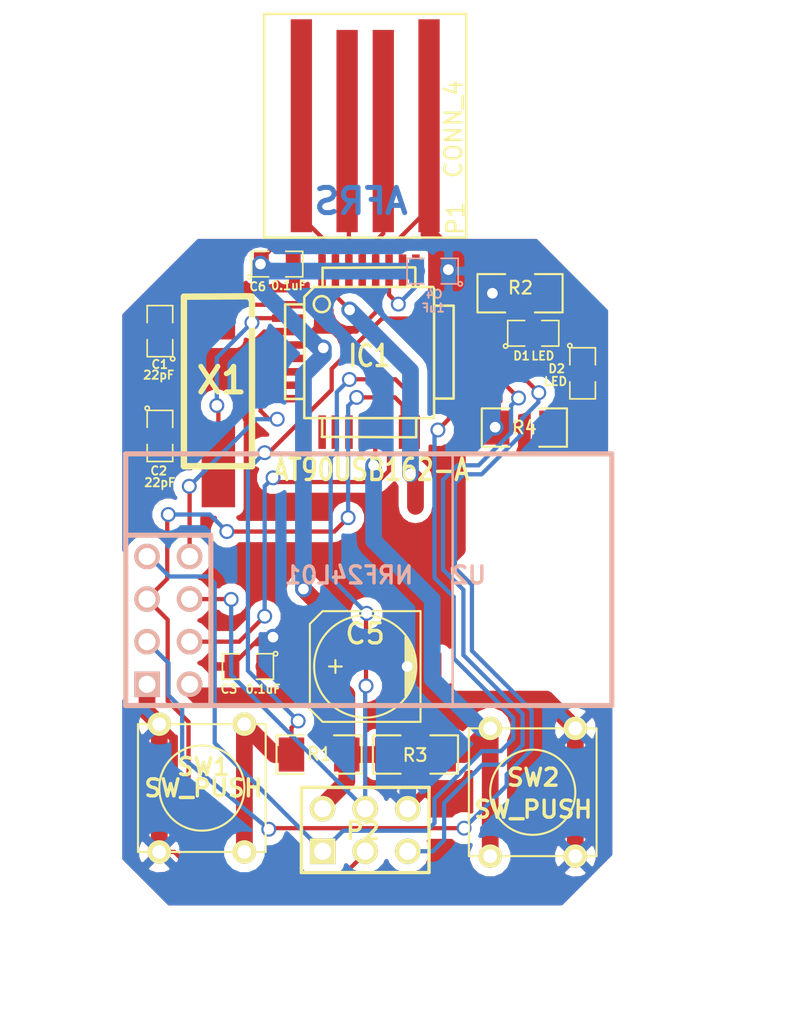
<source format=kicad_pcb>
(kicad_pcb (version 3) (host pcbnew "(2013-07-07 BZR 4022)-stable")

  (general
    (links 53)
    (no_connects 0)
    (area 15.2146 36.179999 65.848571 99.22)
    (thickness 1.6)
    (drawings 19)
    (tracks 309)
    (zones 0)
    (modules 19)
    (nets 21)
  )

  (page User 200 150.012)
  (title_block 
    (company http://creativecommons.org/licenses/by-nc-sa/4.0/)
    (comment 1 "Creative Commons Attribution-NonCommercial-ShareAlike 4.0 International License")
    (comment 2 "This work is licensed under a: ")
    (comment 3 "Universidad de los Andes Designed by: Andrés Rengifo")
  )

  (layers
    (15 F.Cu signal)
    (0 B.Cu signal)
    (16 B.Adhes user)
    (17 F.Adhes user)
    (18 B.Paste user)
    (19 F.Paste user)
    (20 B.SilkS user)
    (21 F.SilkS user)
    (22 B.Mask user)
    (23 F.Mask user)
    (24 Dwgs.User user)
    (25 Cmts.User user)
    (26 Eco1.User user)
    (27 Eco2.User user)
    (28 Edge.Cuts user)
  )

  (setup
    (last_trace_width 0.254)
    (user_trace_width 1)
    (trace_clearance 0.254)
    (zone_clearance 0.508)
    (zone_45_only no)
    (trace_min 0.254)
    (segment_width 1)
    (edge_width 0.1)
    (via_size 0.889)
    (via_drill 0.635)
    (via_min_size 0.889)
    (via_min_drill 0.508)
    (uvia_size 0.508)
    (uvia_drill 0.127)
    (uvias_allowed no)
    (uvia_min_size 0.508)
    (uvia_min_drill 0.127)
    (pcb_text_width 0.3)
    (pcb_text_size 1.5 1.5)
    (mod_edge_width 0.15)
    (mod_text_size 1 1)
    (mod_text_width 0.15)
    (pad_size 1.5 1.5)
    (pad_drill 0.6)
    (pad_to_mask_clearance 0)
    (aux_axis_origin 10.16 139.7)
    (visible_elements 7FFFFFFF)
    (pcbplotparams
      (layerselection 29392897)
      (usegerberextensions true)
      (excludeedgelayer true)
      (linewidth 0.150000)
      (plotframeref false)
      (viasonmask false)
      (mode 1)
      (useauxorigin true)
      (hpglpennumber 1)
      (hpglpenspeed 20)
      (hpglpendiameter 15)
      (hpglpenoverlay 2)
      (psnegative false)
      (psa4output false)
      (plotreference true)
      (plotvalue true)
      (plotothertext true)
      (plotinvisibletext false)
      (padsonsilk false)
      (subtractmaskfromsilk false)
      (outputformat 1)
      (mirror false)
      (drillshape 0)
      (scaleselection 1)
      (outputdirectory Fab/))
  )

  (net 0 "")
  (net 1 +5V)
  (net 2 /CE)
  (net 3 /D+)
  (net 4 /D-)
  (net 5 /INT0)
  (net 6 /MISO)
  (net 7 /MOSI)
  (net 8 /SCK)
  (net 9 /TARGET_RESET)
  (net 10 /~SS)
  (net 11 GND)
  (net 12 N-0000011)
  (net 13 N-000002)
  (net 14 N-0000026)
  (net 15 N-000003)
  (net 16 N-000005)
  (net 17 N-000006)
  (net 18 N-000008)
  (net 19 N-000009)
  (net 20 VCC)

  (net_class Default "This is the default net class."
    (clearance 0.254)
    (trace_width 0.254)
    (via_dia 0.889)
    (via_drill 0.635)
    (uvia_dia 0.508)
    (uvia_drill 0.127)
    (add_net "")
    (add_net +5V)
    (add_net /CE)
    (add_net /D+)
    (add_net /D-)
    (add_net /INT0)
    (add_net /MISO)
    (add_net /MOSI)
    (add_net /SCK)
    (add_net /TARGET_RESET)
    (add_net /~SS)
    (add_net GND)
    (add_net N-0000011)
    (add_net N-000002)
    (add_net N-0000026)
    (add_net N-000003)
    (add_net N-000005)
    (add_net N-000006)
    (add_net N-000008)
    (add_net N-000009)
    (add_net VCC)
  )

  (net_class Power ""
    (clearance 0.254)
    (trace_width 1)
    (via_dia 0.889)
    (via_drill 0.635)
    (uvia_dia 0.508)
    (uvia_drill 0.127)
  )

  (module USB_A_SMD (layer F.Cu) (tedit 5599A54D) (tstamp 5524C419)
    (at 104.651 43.3625)
    (path /54E42A5D)
    (fp_text reference P1 (at 5.3945 5.5325 90) (layer F.SilkS)
      (effects (font (size 1 1) (thickness 0.15)))
    )
    (fp_text value CONN_4 (at 5.2675 0.1985 90) (layer F.SilkS)
      (effects (font (size 1 1) (thickness 0.15)))
    )
    (fp_line (start -6.0325 -6.6675) (end -6.0325 6.6675) (layer F.SilkS) (width 0.15))
    (fp_line (start -6.0325 6.6675) (end 6.0325 6.6675) (layer F.SilkS) (width 0.15))
    (fp_line (start 6.0325 -6.6675) (end 6.0325 6.6675) (layer F.SilkS) (width 0.15))
    (fp_line (start -6.0325 -6.6675) (end 6.0325 -6.6675) (layer F.SilkS) (width 0.15))
    (pad 1 smd rect (at -3.81 0) (size 1.27 12.7)
      (layers F.Cu F.Paste F.Mask)
      (net 1 +5V)
    )
    (pad 2 smd rect (at -1.0795 0.3175) (size 1.27 12.065)
      (layers F.Cu F.Paste F.Mask)
      (net 4 /D-)
    )
    (pad 3 smd rect (at 1.0795 0.3175) (size 1.27 12.065)
      (layers F.Cu F.Paste F.Mask)
      (net 3 /D+)
    )
    (pad 4 smd rect (at 3.81 0) (size 1.27 12.7)
      (layers F.Cu F.Paste F.Mask)
      (net 11 GND)
    )
  )

  (module TQFP32 (layer F.Cu) (tedit 5599A4FD) (tstamp 552595F8)
    (at 104.901 56.8625)
    (path /54E4287A)
    (fp_text reference IC1 (at 0.001 0.224) (layer F.SilkS)
      (effects (font (size 1.27 1.016) (thickness 0.2032)))
    )
    (fp_text value AT90USB162-A (at 0.128 7.0185) (layer F.SilkS)
      (effects (font (size 1.27 1.016) (thickness 0.2032)))
    )
    (fp_line (start 5.0292 2.7686) (end 3.8862 2.7686) (layer F.SilkS) (width 0.1524))
    (fp_line (start 5.0292 -2.7686) (end 3.9116 -2.7686) (layer F.SilkS) (width 0.1524))
    (fp_line (start 5.0292 2.7686) (end 5.0292 -2.7686) (layer F.SilkS) (width 0.1524))
    (fp_line (start 2.794 3.9624) (end 2.794 5.0546) (layer F.SilkS) (width 0.1524))
    (fp_line (start -2.8194 3.9878) (end -2.8194 5.0546) (layer F.SilkS) (width 0.1524))
    (fp_line (start -2.8448 5.0546) (end 2.794 5.08) (layer F.SilkS) (width 0.1524))
    (fp_line (start -2.794 -5.0292) (end 2.7178 -5.0546) (layer F.SilkS) (width 0.1524))
    (fp_line (start -3.8862 -3.2766) (end -3.8862 3.9116) (layer F.SilkS) (width 0.1524))
    (fp_line (start 2.7432 -5.0292) (end 2.7432 -3.9878) (layer F.SilkS) (width 0.1524))
    (fp_line (start -3.2512 -3.8862) (end 3.81 -3.8862) (layer F.SilkS) (width 0.1524))
    (fp_line (start 3.8608 3.937) (end 3.8608 -3.7846) (layer F.SilkS) (width 0.1524))
    (fp_line (start -3.8862 3.937) (end 3.7338 3.937) (layer F.SilkS) (width 0.1524))
    (fp_line (start -5.0292 -2.8448) (end -5.0292 2.794) (layer F.SilkS) (width 0.1524))
    (fp_line (start -5.0292 2.794) (end -3.8862 2.794) (layer F.SilkS) (width 0.1524))
    (fp_line (start -3.87604 -3.302) (end -3.29184 -3.8862) (layer F.SilkS) (width 0.1524))
    (fp_line (start -5.02412 -2.8448) (end -3.87604 -2.8448) (layer F.SilkS) (width 0.1524))
    (fp_line (start -2.794 -3.8862) (end -2.794 -5.03428) (layer F.SilkS) (width 0.1524))
    (fp_circle (center -2.83972 -2.86004) (end -2.43332 -2.60604) (layer F.SilkS) (width 0.1524))
    (pad 8 smd rect (at -4.81584 2.77622) (size 1.99898 0.44958)
      (layers F.Cu F.Paste F.Mask)
    )
    (pad 7 smd rect (at -4.81584 1.97612) (size 1.99898 0.44958)
      (layers F.Cu F.Paste F.Mask)
    )
    (pad 6 smd rect (at -4.81584 1.17602) (size 1.99898 0.44958)
      (layers F.Cu F.Paste F.Mask)
      (net 5 /INT0)
    )
    (pad 5 smd rect (at -4.81584 0.37592) (size 1.99898 0.44958)
      (layers F.Cu F.Paste F.Mask)
    )
    (pad 4 smd rect (at -4.81584 -0.42418) (size 1.99898 0.44958)
      (layers F.Cu F.Paste F.Mask)
      (net 20 VCC)
    )
    (pad 3 smd rect (at -4.81584 -1.22428) (size 1.99898 0.44958)
      (layers F.Cu F.Paste F.Mask)
      (net 11 GND)
    )
    (pad 2 smd rect (at -4.81584 -2.02438) (size 1.99898 0.44958)
      (layers F.Cu F.Paste F.Mask)
      (net 16 N-000005)
    )
    (pad 1 smd rect (at -4.81584 -2.82448) (size 1.99898 0.44958)
      (layers F.Cu F.Paste F.Mask)
      (net 17 N-000006)
    )
    (pad 24 smd rect (at 4.7498 -2.8194) (size 1.99898 0.44958)
      (layers F.Cu F.Paste F.Mask)
      (net 12 N-0000011)
    )
    (pad 17 smd rect (at 4.7498 2.794) (size 1.99898 0.44958)
      (layers F.Cu F.Paste F.Mask)
      (net 6 /MISO)
    )
    (pad 18 smd rect (at 4.7498 1.9812) (size 1.99898 0.44958)
      (layers F.Cu F.Paste F.Mask)
      (net 9 /TARGET_RESET)
    )
    (pad 19 smd rect (at 4.7498 1.1684) (size 1.99898 0.44958)
      (layers F.Cu F.Paste F.Mask)
      (net 2 /CE)
    )
    (pad 20 smd rect (at 4.7498 0.381) (size 1.99898 0.44958)
      (layers F.Cu F.Paste F.Mask)
      (net 15 N-000003)
    )
    (pad 21 smd rect (at 4.7498 -0.4318) (size 1.99898 0.44958)
      (layers F.Cu F.Paste F.Mask)
      (net 19 N-000009)
    )
    (pad 22 smd rect (at 4.7498 -1.2192) (size 1.99898 0.44958)
      (layers F.Cu F.Paste F.Mask)
    )
    (pad 23 smd rect (at 4.7498 -2.032) (size 1.99898 0.44958)
      (layers F.Cu F.Paste F.Mask)
    )
    (pad 32 smd rect (at -2.82448 -4.826) (size 0.44958 1.99898)
      (layers F.Cu F.Paste F.Mask)
      (net 20 VCC)
    )
    (pad 31 smd rect (at -2.02692 -4.826) (size 0.44958 1.99898)
      (layers F.Cu F.Paste F.Mask)
      (net 1 +5V)
    )
    (pad 30 smd rect (at -1.22428 -4.826) (size 0.44958 1.99898)
      (layers F.Cu F.Paste F.Mask)
      (net 4 /D-)
    )
    (pad 29 smd rect (at -0.42672 -4.826) (size 0.44958 1.99898)
      (layers F.Cu F.Paste F.Mask)
      (net 3 /D+)
    )
    (pad 28 smd rect (at 0.37592 -4.826) (size 0.44958 1.99898)
      (layers F.Cu F.Paste F.Mask)
      (net 11 GND)
    )
    (pad 27 smd rect (at 1.17348 -4.826) (size 0.44958 1.99898)
      (layers F.Cu F.Paste F.Mask)
      (net 20 VCC)
    )
    (pad 26 smd rect (at 1.97612 -4.826) (size 0.44958 1.99898)
      (layers F.Cu F.Paste F.Mask)
    )
    (pad 25 smd rect (at 2.77368 -4.826) (size 0.44958 1.99898)
      (layers F.Cu F.Paste F.Mask)
    )
    (pad 9 smd rect (at -2.8194 4.7752) (size 0.44958 1.99898)
      (layers F.Cu F.Paste F.Mask)
    )
    (pad 10 smd rect (at -2.032 4.7752) (size 0.44958 1.99898)
      (layers F.Cu F.Paste F.Mask)
    )
    (pad 11 smd rect (at -1.2192 4.7752) (size 0.44958 1.99898)
      (layers F.Cu F.Paste F.Mask)
    )
    (pad 12 smd rect (at -0.4318 4.7752) (size 0.44958 1.99898)
      (layers F.Cu F.Paste F.Mask)
    )
    (pad 13 smd rect (at 0.3556 4.7752) (size 0.44958 1.99898)
      (layers F.Cu F.Paste F.Mask)
      (net 14 N-0000026)
    )
    (pad 14 smd rect (at 1.1684 4.7752) (size 0.44958 1.99898)
      (layers F.Cu F.Paste F.Mask)
      (net 10 /~SS)
    )
    (pad 15 smd rect (at 1.9812 4.7752) (size 0.44958 1.99898)
      (layers F.Cu F.Paste F.Mask)
      (net 8 /SCK)
    )
    (pad 16 smd rect (at 2.794 4.7752) (size 0.44958 1.99898)
      (layers F.Cu F.Paste F.Mask)
      (net 7 /MOSI)
    )
    (model smd/tqfp32.wrl
      (at (xyz 0 0 0))
      (scale (xyz 1 1 1))
      (rotate (xyz 0 0 0))
    )
  )

  (module SW_PUSH_SMALL (layer F.Cu) (tedit 5599A18A) (tstamp 5599A1B6)
    (at 114.651 83.1125 90)
    (path /54E42BC7)
    (fp_text reference SW2 (at 0.88 0.03 180) (layer F.SilkS)
      (effects (font (size 1.016 1.016) (thickness 0.2032)))
    )
    (fp_text value SW_PUSH (at -1.025 0.03 180) (layer F.SilkS)
      (effects (font (size 1.016 1.016) (thickness 0.2032)))
    )
    (fp_circle (center 0 0) (end 0 -2.54) (layer F.SilkS) (width 0.127))
    (fp_line (start -3.81 -3.81) (end 3.81 -3.81) (layer F.SilkS) (width 0.127))
    (fp_line (start 3.81 -3.81) (end 3.81 3.81) (layer F.SilkS) (width 0.127))
    (fp_line (start 3.81 3.81) (end -3.81 3.81) (layer F.SilkS) (width 0.127))
    (fp_line (start -3.81 -3.81) (end -3.81 3.81) (layer F.SilkS) (width 0.127))
    (pad 1 thru_hole circle (at 3.81 -2.54 90) (size 1.397 1.397) (drill 0.8128)
      (layers *.Cu *.Mask F.SilkS)
      (net 14 N-0000026)
    )
    (pad 2 thru_hole circle (at 3.81 2.54 90) (size 1.397 1.397) (drill 0.8128)
      (layers *.Cu *.Mask F.SilkS)
      (net 11 GND)
    )
    (pad 1 thru_hole circle (at -3.81 -2.54 90) (size 1.397 1.397) (drill 0.8128)
      (layers *.Cu *.Mask F.SilkS)
      (net 14 N-0000026)
    )
    (pad 2 thru_hole circle (at -3.81 2.54 90) (size 1.397 1.397) (drill 0.8128)
      (layers *.Cu *.Mask F.SilkS)
      (net 11 GND)
    )
  )

  (module SW_PUSH_SMALL (layer F.Cu) (tedit 5599A195) (tstamp 5525621E)
    (at 94.901 82.8625 90)
    (path /54E42BFE)
    (fp_text reference SW1 (at 1.265 0.095 180) (layer F.SilkS)
      (effects (font (size 1.016 1.016) (thickness 0.2032)))
    )
    (fp_text value SW_PUSH (at -0.005 0.095 180) (layer F.SilkS)
      (effects (font (size 1.016 1.016) (thickness 0.2032)))
    )
    (fp_circle (center 0 0) (end 0 -2.54) (layer F.SilkS) (width 0.127))
    (fp_line (start -3.81 -3.81) (end 3.81 -3.81) (layer F.SilkS) (width 0.127))
    (fp_line (start 3.81 -3.81) (end 3.81 3.81) (layer F.SilkS) (width 0.127))
    (fp_line (start 3.81 3.81) (end -3.81 3.81) (layer F.SilkS) (width 0.127))
    (fp_line (start -3.81 -3.81) (end -3.81 3.81) (layer F.SilkS) (width 0.127))
    (pad 1 thru_hole circle (at 3.81 -2.54 90) (size 1.397 1.397) (drill 0.8128)
      (layers *.Cu *.Mask F.SilkS)
      (net 11 GND)
    )
    (pad 2 thru_hole circle (at 3.81 2.54 90) (size 1.397 1.397) (drill 0.8128)
      (layers *.Cu *.Mask F.SilkS)
      (net 12 N-0000011)
    )
    (pad 1 thru_hole circle (at -3.81 -2.54 90) (size 1.397 1.397) (drill 0.8128)
      (layers *.Cu *.Mask F.SilkS)
      (net 11 GND)
    )
    (pad 2 thru_hole circle (at -3.81 2.54 90) (size 1.397 1.397) (drill 0.8128)
      (layers *.Cu *.Mask F.SilkS)
      (net 12 N-0000011)
    )
  )

  (module SM1206 (layer F.Cu) (tedit 5599A4DC) (tstamp 5524C042)
    (at 101.901 80.8625 180)
    (path /54E42941)
    (attr smd)
    (fp_text reference R1 (at -0.0165 0.027 180) (layer F.SilkS)
      (effects (font (size 0.762 0.762) (thickness 0.127)))
    )
    (fp_text value 10k (at 0 0 180) (layer F.SilkS) hide
      (effects (font (size 0.762 0.762) (thickness 0.127)))
    )
    (fp_line (start -2.54 -1.143) (end -2.54 1.143) (layer F.SilkS) (width 0.127))
    (fp_line (start -2.54 1.143) (end -0.889 1.143) (layer F.SilkS) (width 0.127))
    (fp_line (start 0.889 -1.143) (end 2.54 -1.143) (layer F.SilkS) (width 0.127))
    (fp_line (start 2.54 -1.143) (end 2.54 1.143) (layer F.SilkS) (width 0.127))
    (fp_line (start 2.54 1.143) (end 0.889 1.143) (layer F.SilkS) (width 0.127))
    (fp_line (start -0.889 -1.143) (end -2.54 -1.143) (layer F.SilkS) (width 0.127))
    (pad 1 smd rect (at -1.651 0 180) (size 1.524 2.032)
      (layers F.Cu F.Paste F.Mask)
      (net 20 VCC)
    )
    (pad 2 smd rect (at 1.651 0 180) (size 1.524 2.032)
      (layers F.Cu F.Paste F.Mask)
      (net 12 N-0000011)
    )
    (model smd/chip_cms.wrl
      (at (xyz 0 0 0))
      (scale (xyz 0.17 0.16 0.16))
      (rotate (xyz 0 0 0))
    )
  )

  (module SM1206 (layer F.Cu) (tedit 5599A220) (tstamp 55256689)
    (at 113.8936 53.3527 180)
    (path /5524AFEE)
    (attr smd)
    (fp_text reference R2 (at -0.0254 0.3302 180) (layer F.SilkS)
      (effects (font (size 0.762 0.762) (thickness 0.127)))
    )
    (fp_text value 430 (at -0.0254 -0.7493 180) (layer F.SilkS) hide
      (effects (font (size 0.762 0.762) (thickness 0.127)))
    )
    (fp_line (start -2.54 -1.143) (end -2.54 1.143) (layer F.SilkS) (width 0.127))
    (fp_line (start -2.54 1.143) (end -0.889 1.143) (layer F.SilkS) (width 0.127))
    (fp_line (start 0.889 -1.143) (end 2.54 -1.143) (layer F.SilkS) (width 0.127))
    (fp_line (start 2.54 -1.143) (end 2.54 1.143) (layer F.SilkS) (width 0.127))
    (fp_line (start 2.54 1.143) (end 0.889 1.143) (layer F.SilkS) (width 0.127))
    (fp_line (start -0.889 -1.143) (end -2.54 -1.143) (layer F.SilkS) (width 0.127))
    (pad 1 smd rect (at -1.651 0 180) (size 1.524 2.032)
      (layers F.Cu F.Paste F.Mask)
      (net 18 N-000008)
    )
    (pad 2 smd rect (at 1.651 0 180) (size 1.524 2.032)
      (layers F.Cu F.Paste F.Mask)
      (net 11 GND)
    )
    (model smd/chip_cms.wrl
      (at (xyz 0 0 0))
      (scale (xyz 0.17 0.16 0.16))
      (rotate (xyz 0 0 0))
    )
  )

  (module SM1206 (layer F.Cu) (tedit 5599A4E0) (tstamp 5524C05A)
    (at 107.651 80.8625)
    (path /5524AED7)
    (attr smd)
    (fp_text reference R3 (at -0.0185 0.0365) (layer F.SilkS)
      (effects (font (size 0.762 0.762) (thickness 0.127)))
    )
    (fp_text value 10k (at 0 0) (layer F.SilkS) hide
      (effects (font (size 0.762 0.762) (thickness 0.127)))
    )
    (fp_line (start -2.54 -1.143) (end -2.54 1.143) (layer F.SilkS) (width 0.127))
    (fp_line (start -2.54 1.143) (end -0.889 1.143) (layer F.SilkS) (width 0.127))
    (fp_line (start 0.889 -1.143) (end 2.54 -1.143) (layer F.SilkS) (width 0.127))
    (fp_line (start 2.54 -1.143) (end 2.54 1.143) (layer F.SilkS) (width 0.127))
    (fp_line (start 2.54 1.143) (end 0.889 1.143) (layer F.SilkS) (width 0.127))
    (fp_line (start -0.889 -1.143) (end -2.54 -1.143) (layer F.SilkS) (width 0.127))
    (pad 1 smd rect (at -1.651 0) (size 1.524 2.032)
      (layers F.Cu F.Paste F.Mask)
      (net 20 VCC)
    )
    (pad 2 smd rect (at 1.651 0) (size 1.524 2.032)
      (layers F.Cu F.Paste F.Mask)
      (net 14 N-0000026)
    )
    (model smd/chip_cms.wrl
      (at (xyz 0 0 0))
      (scale (xyz 0.17 0.16 0.16))
      (rotate (xyz 0 0 0))
    )
  )

  (module SM1206 (layer F.Cu) (tedit 552561E7) (tstamp 5524C066)
    (at 114.151 61.3625 180)
    (path /54E433B0)
    (attr smd)
    (fp_text reference R4 (at 0 0 180) (layer F.SilkS)
      (effects (font (size 0.762 0.762) (thickness 0.127)))
    )
    (fp_text value 430 (at 0 1 180) (layer F.SilkS) hide
      (effects (font (size 0.762 0.762) (thickness 0.127)))
    )
    (fp_line (start -2.54 -1.143) (end -2.54 1.143) (layer F.SilkS) (width 0.127))
    (fp_line (start -2.54 1.143) (end -0.889 1.143) (layer F.SilkS) (width 0.127))
    (fp_line (start 0.889 -1.143) (end 2.54 -1.143) (layer F.SilkS) (width 0.127))
    (fp_line (start 2.54 -1.143) (end 2.54 1.143) (layer F.SilkS) (width 0.127))
    (fp_line (start 2.54 1.143) (end 0.889 1.143) (layer F.SilkS) (width 0.127))
    (fp_line (start -0.889 -1.143) (end -2.54 -1.143) (layer F.SilkS) (width 0.127))
    (pad 1 smd rect (at -1.651 0 180) (size 1.524 2.032)
      (layers F.Cu F.Paste F.Mask)
      (net 13 N-000002)
    )
    (pad 2 smd rect (at 1.651 0 180) (size 1.524 2.032)
      (layers F.Cu F.Paste F.Mask)
      (net 11 GND)
    )
    (model smd/chip_cms.wrl
      (at (xyz 0 0 0))
      (scale (xyz 0.17 0.16 0.16))
      (rotate (xyz 0 0 0))
    )
  )

  (module SM0805 (layer F.Cu) (tedit 5599A574) (tstamp 55259261)
    (at 92.401 61.8625 270)
    (path /5524BA58)
    (attr smd)
    (fp_text reference C2 (at 2.082 0.072 360) (layer F.SilkS)
      (effects (font (size 0.50038 0.50038) (thickness 0.10922)))
    )
    (fp_text value 22pF (at 2.7805 0.0085 360) (layer F.SilkS)
      (effects (font (size 0.50038 0.50038) (thickness 0.10922)))
    )
    (fp_circle (center -1.651 0.762) (end -1.651 0.635) (layer F.SilkS) (width 0.09906))
    (fp_line (start -0.508 0.762) (end -1.524 0.762) (layer F.SilkS) (width 0.09906))
    (fp_line (start -1.524 0.762) (end -1.524 -0.762) (layer F.SilkS) (width 0.09906))
    (fp_line (start -1.524 -0.762) (end -0.508 -0.762) (layer F.SilkS) (width 0.09906))
    (fp_line (start 0.508 -0.762) (end 1.524 -0.762) (layer F.SilkS) (width 0.09906))
    (fp_line (start 1.524 -0.762) (end 1.524 0.762) (layer F.SilkS) (width 0.09906))
    (fp_line (start 1.524 0.762) (end 0.508 0.762) (layer F.SilkS) (width 0.09906))
    (pad 1 smd rect (at -0.9525 0 270) (size 0.889 1.397)
      (layers F.Cu F.Paste F.Mask)
      (net 11 GND)
    )
    (pad 2 smd rect (at 0.9525 0 270) (size 0.889 1.397)
      (layers F.Cu F.Paste F.Mask)
      (net 16 N-000005)
    )
    (model smd/chip_cms.wrl
      (at (xyz 0 0 0))
      (scale (xyz 0.1 0.1 0.1))
      (rotate (xyz 0 0 0))
    )
  )

  (module SM0805 (layer F.Cu) (tedit 5599A57F) (tstamp 55259253)
    (at 92.401 55.6125 90)
    (path /5524BA4B)
    (attr smd)
    (fp_text reference C1 (at -1.982 -0.0085 180) (layer F.SilkS)
      (effects (font (size 0.50038 0.50038) (thickness 0.10922)))
    )
    (fp_text value 22pF (at -2.617 -0.072 180) (layer F.SilkS)
      (effects (font (size 0.50038 0.50038) (thickness 0.10922)))
    )
    (fp_circle (center -1.651 0.762) (end -1.651 0.635) (layer F.SilkS) (width 0.09906))
    (fp_line (start -0.508 0.762) (end -1.524 0.762) (layer F.SilkS) (width 0.09906))
    (fp_line (start -1.524 0.762) (end -1.524 -0.762) (layer F.SilkS) (width 0.09906))
    (fp_line (start -1.524 -0.762) (end -0.508 -0.762) (layer F.SilkS) (width 0.09906))
    (fp_line (start 0.508 -0.762) (end 1.524 -0.762) (layer F.SilkS) (width 0.09906))
    (fp_line (start 1.524 -0.762) (end 1.524 0.762) (layer F.SilkS) (width 0.09906))
    (fp_line (start 1.524 0.762) (end 0.508 0.762) (layer F.SilkS) (width 0.09906))
    (pad 1 smd rect (at -0.9525 0 90) (size 0.889 1.397)
      (layers F.Cu F.Paste F.Mask)
      (net 11 GND)
    )
    (pad 2 smd rect (at 0.9525 0 90) (size 0.889 1.397)
      (layers F.Cu F.Paste F.Mask)
      (net 17 N-000006)
    )
    (model smd/chip_cms.wrl
      (at (xyz 0 0 0))
      (scale (xyz 0.1 0.1 0.1))
      (rotate (xyz 0 0 0))
    )
  )

  (module SM0805 (layer F.Cu) (tedit 5599A52E) (tstamp 5524C08D)
    (at 114.681 55.7403)
    (path /5524AFE8)
    (attr smd)
    (fp_text reference D1 (at -0.6985 1.3462) (layer F.SilkS)
      (effects (font (size 0.50038 0.50038) (thickness 0.10922)))
    )
    (fp_text value LED (at 0.5715 1.3462) (layer F.SilkS)
      (effects (font (size 0.50038 0.50038) (thickness 0.10922)))
    )
    (fp_circle (center -1.651 0.762) (end -1.651 0.635) (layer F.SilkS) (width 0.09906))
    (fp_line (start -0.508 0.762) (end -1.524 0.762) (layer F.SilkS) (width 0.09906))
    (fp_line (start -1.524 0.762) (end -1.524 -0.762) (layer F.SilkS) (width 0.09906))
    (fp_line (start -1.524 -0.762) (end -0.508 -0.762) (layer F.SilkS) (width 0.09906))
    (fp_line (start 0.508 -0.762) (end 1.524 -0.762) (layer F.SilkS) (width 0.09906))
    (fp_line (start 1.524 -0.762) (end 1.524 0.762) (layer F.SilkS) (width 0.09906))
    (fp_line (start 1.524 0.762) (end 0.508 0.762) (layer F.SilkS) (width 0.09906))
    (pad 1 smd rect (at -0.9525 0) (size 0.889 1.397)
      (layers F.Cu F.Paste F.Mask)
      (net 19 N-000009)
    )
    (pad 2 smd rect (at 0.9525 0) (size 0.889 1.397)
      (layers F.Cu F.Paste F.Mask)
      (net 18 N-000008)
    )
    (model smd/chip_cms.wrl
      (at (xyz 0 0 0))
      (scale (xyz 0.1 0.1 0.1))
      (rotate (xyz 0 0 0))
    )
  )

  (module SM0805 (layer F.Cu) (tedit 5599A51C) (tstamp 5524C09A)
    (at 117.6274 58.1279 270)
    (path /54E43364)
    (attr smd)
    (fp_text reference D2 (at -0.2794 1.5494 360) (layer F.SilkS)
      (effects (font (size 0.50038 0.50038) (thickness 0.10922)))
    )
    (fp_text value LED (at 0.4826 1.6129 360) (layer F.SilkS)
      (effects (font (size 0.50038 0.50038) (thickness 0.10922)))
    )
    (fp_circle (center -1.651 0.762) (end -1.651 0.635) (layer F.SilkS) (width 0.09906))
    (fp_line (start -0.508 0.762) (end -1.524 0.762) (layer F.SilkS) (width 0.09906))
    (fp_line (start -1.524 0.762) (end -1.524 -0.762) (layer F.SilkS) (width 0.09906))
    (fp_line (start -1.524 -0.762) (end -0.508 -0.762) (layer F.SilkS) (width 0.09906))
    (fp_line (start 0.508 -0.762) (end 1.524 -0.762) (layer F.SilkS) (width 0.09906))
    (fp_line (start 1.524 -0.762) (end 1.524 0.762) (layer F.SilkS) (width 0.09906))
    (fp_line (start 1.524 0.762) (end 0.508 0.762) (layer F.SilkS) (width 0.09906))
    (pad 1 smd rect (at -0.9525 0 270) (size 0.889 1.397)
      (layers F.Cu F.Paste F.Mask)
      (net 15 N-000003)
    )
    (pad 2 smd rect (at 0.9525 0 270) (size 0.889 1.397)
      (layers F.Cu F.Paste F.Mask)
      (net 13 N-000002)
    )
    (model smd/chip_cms.wrl
      (at (xyz 0 0 0))
      (scale (xyz 0.1 0.1 0.1))
      (rotate (xyz 0 0 0))
    )
  )

  (module SM0805 (layer F.Cu) (tedit 5599A560) (tstamp 55259245)
    (at 99.401 51.6125)
    (path /54E42C71)
    (attr smd)
    (fp_text reference C6 (at -1.1665 1.3465) (layer F.SilkS)
      (effects (font (size 0.50038 0.50038) (thickness 0.10922)))
    )
    (fp_text value 0.1uF (at 0.675 1.283) (layer F.SilkS)
      (effects (font (size 0.50038 0.50038) (thickness 0.10922)))
    )
    (fp_circle (center -1.651 0.762) (end -1.651 0.635) (layer F.SilkS) (width 0.09906))
    (fp_line (start -0.508 0.762) (end -1.524 0.762) (layer F.SilkS) (width 0.09906))
    (fp_line (start -1.524 0.762) (end -1.524 -0.762) (layer F.SilkS) (width 0.09906))
    (fp_line (start -1.524 -0.762) (end -0.508 -0.762) (layer F.SilkS) (width 0.09906))
    (fp_line (start 0.508 -0.762) (end 1.524 -0.762) (layer F.SilkS) (width 0.09906))
    (fp_line (start 1.524 -0.762) (end 1.524 0.762) (layer F.SilkS) (width 0.09906))
    (fp_line (start 1.524 0.762) (end 0.508 0.762) (layer F.SilkS) (width 0.09906))
    (pad 1 smd rect (at -0.9525 0) (size 0.889 1.397)
      (layers F.Cu F.Paste F.Mask)
      (net 20 VCC)
    )
    (pad 2 smd rect (at 0.9525 0) (size 0.889 1.397)
      (layers F.Cu F.Paste F.Mask)
      (net 11 GND)
    )
    (model smd/chip_cms.wrl
      (at (xyz 0 0 0))
      (scale (xyz 0.1 0.1 0.1))
      (rotate (xyz 0 0 0))
    )
  )

  (module SM0805 (layer F.Cu) (tedit 5599A4B2) (tstamp 5524C0B4)
    (at 97.651 75.6125 180)
    (path /54E429DB)
    (attr smd)
    (fp_text reference C3 (at 1.131 -1.3495 180) (layer F.SilkS)
      (effects (font (size 0.50038 0.50038) (thickness 0.10922)))
    )
    (fp_text value 0.1uF (at -0.901 -1.3495 180) (layer F.SilkS)
      (effects (font (size 0.50038 0.50038) (thickness 0.10922)))
    )
    (fp_circle (center -1.651 0.762) (end -1.651 0.635) (layer F.SilkS) (width 0.09906))
    (fp_line (start -0.508 0.762) (end -1.524 0.762) (layer F.SilkS) (width 0.09906))
    (fp_line (start -1.524 0.762) (end -1.524 -0.762) (layer F.SilkS) (width 0.09906))
    (fp_line (start -1.524 -0.762) (end -0.508 -0.762) (layer F.SilkS) (width 0.09906))
    (fp_line (start 0.508 -0.762) (end 1.524 -0.762) (layer F.SilkS) (width 0.09906))
    (fp_line (start 1.524 -0.762) (end 1.524 0.762) (layer F.SilkS) (width 0.09906))
    (fp_line (start 1.524 0.762) (end 0.508 0.762) (layer F.SilkS) (width 0.09906))
    (pad 1 smd rect (at -0.9525 0 180) (size 0.889 1.397)
      (layers F.Cu F.Paste F.Mask)
      (net 20 VCC)
    )
    (pad 2 smd rect (at 0.9525 0 180) (size 0.889 1.397)
      (layers F.Cu F.Paste F.Mask)
      (net 11 GND)
    )
    (model smd/chip_cms.wrl
      (at (xyz 0 0 0))
      (scale (xyz 0.1 0.1 0.1))
      (rotate (xyz 0 0 0))
    )
  )

  (module SM0805 (layer B.Cu) (tedit 5599A6A8) (tstamp 5524C0C1)
    (at 108.6739 52.0319 180)
    (path /54E42905)
    (attr smd)
    (fp_text reference C4 (at -0.1016 -1.3716 180) (layer B.SilkS)
      (effects (font (size 0.50038 0.50038) (thickness 0.10922)) (justify mirror))
    )
    (fp_text value 1uF (at -0.0381 -2.1971 180) (layer B.SilkS)
      (effects (font (size 0.50038 0.50038) (thickness 0.10922)) (justify mirror))
    )
    (fp_circle (center -1.651 -0.762) (end -1.651 -0.635) (layer B.SilkS) (width 0.09906))
    (fp_line (start -0.508 -0.762) (end -1.524 -0.762) (layer B.SilkS) (width 0.09906))
    (fp_line (start -1.524 -0.762) (end -1.524 0.762) (layer B.SilkS) (width 0.09906))
    (fp_line (start -1.524 0.762) (end -0.508 0.762) (layer B.SilkS) (width 0.09906))
    (fp_line (start 0.508 0.762) (end 1.524 0.762) (layer B.SilkS) (width 0.09906))
    (fp_line (start 1.524 0.762) (end 1.524 -0.762) (layer B.SilkS) (width 0.09906))
    (fp_line (start 1.524 -0.762) (end 0.508 -0.762) (layer B.SilkS) (width 0.09906))
    (pad 1 smd rect (at -0.9525 0 180) (size 0.889 1.397)
      (layers B.Cu B.Paste B.Mask)
      (net 11 GND)
    )
    (pad 2 smd rect (at 0.9525 0 180) (size 0.889 1.397)
      (layers B.Cu B.Paste B.Mask)
      (net 20 VCC)
    )
    (model smd/chip_cms.wrl
      (at (xyz 0 0 0))
      (scale (xyz 0.1 0.1 0.1))
      (rotate (xyz 0 0 0))
    )
  )

  (module pin_array_3x2 (layer F.Cu) (tedit 5599A1B1) (tstamp 5524C0CF)
    (at 104.651 85.3625)
    (descr "Double rangee de contacts 2 x 4 pins")
    (tags CONN)
    (path /54E42A99)
    (fp_text reference P2 (at -0.13 0.045) (layer F.SilkS)
      (effects (font (size 1.016 1.016) (thickness 0.2032)))
    )
    (fp_text value CONN_3X2 (at 0 3.81) (layer F.SilkS) hide
      (effects (font (size 1.016 1.016) (thickness 0.2032)))
    )
    (fp_line (start 3.81 2.54) (end -3.81 2.54) (layer F.SilkS) (width 0.2032))
    (fp_line (start -3.81 -2.54) (end 3.81 -2.54) (layer F.SilkS) (width 0.2032))
    (fp_line (start 3.81 -2.54) (end 3.81 2.54) (layer F.SilkS) (width 0.2032))
    (fp_line (start -3.81 2.54) (end -3.81 -2.54) (layer F.SilkS) (width 0.2032))
    (pad 1 thru_hole rect (at -2.54 1.27) (size 1.524 1.524) (drill 1.016)
      (layers *.Cu *.Mask F.SilkS)
      (net 6 /MISO)
    )
    (pad 2 thru_hole circle (at -2.54 -1.27) (size 1.524 1.524) (drill 1.016)
      (layers *.Cu *.Mask F.SilkS)
      (net 20 VCC)
    )
    (pad 3 thru_hole circle (at 0 1.27) (size 1.524 1.524) (drill 1.016)
      (layers *.Cu *.Mask F.SilkS)
      (net 8 /SCK)
    )
    (pad 4 thru_hole circle (at 0 -1.27) (size 1.524 1.524) (drill 1.016)
      (layers *.Cu *.Mask F.SilkS)
      (net 7 /MOSI)
    )
    (pad 5 thru_hole circle (at 2.54 1.27) (size 1.524 1.524) (drill 1.016)
      (layers *.Cu *.Mask F.SilkS)
      (net 9 /TARGET_RESET)
    )
    (pad 6 thru_hole circle (at 2.54 -1.27) (size 1.524 1.524) (drill 1.016)
      (layers *.Cu *.Mask F.SilkS)
      (net 11 GND)
    )
    (model pin_array/pins_array_3x2.wrl
      (at (xyz 0 0 0))
      (scale (xyz 1 1 1))
      (rotate (xyz 0 0 0))
    )
  )

  (module Nrf24l01 (layer B.Cu) (tedit 5599A6F5) (tstamp 5525619C)
    (at 92.901 72.8625 90)
    (descr "Double rangee de contacts 2 x 4 pins")
    (tags CONN)
    (path /54E42A39)
    (fp_text reference "U2   NRF24L01" (at 2.695 12.9535 180) (layer B.SilkS)
      (effects (font (size 1.016 1.016) (thickness 0.2032)) (justify mirror))
    )
    (fp_text value NRF24L01 (at 0 -3.81 90) (layer B.SilkS) hide
      (effects (font (size 1.016 1.016) (thickness 0.2032)) (justify mirror))
    )
    (fp_line (start -5.01904 16.97056) (end 9.92124 16.97056) (layer B.SilkS) (width 0.15))
    (fp_line (start 9.93048 -2.54) (end 5.08508 -2.54) (layer B.SilkS) (width 0.3048))
    (fp_line (start 9.93048 26.47056) (end 9.93048 -2.54) (layer B.SilkS) (width 0.3048))
    (fp_line (start -5.08 26.47056) (end 9.93048 26.47056) (layer B.SilkS) (width 0.3048))
    (fp_line (start -5.08 -2.54) (end -5.08 26.47056) (layer B.SilkS) (width 0.3048))
    (fp_line (start -5.08 2.54) (end 5.08 2.54) (layer B.SilkS) (width 0.3048))
    (fp_line (start 5.08 2.54) (end 5.08 -2.54) (layer B.SilkS) (width 0.3048))
    (fp_line (start 5.08 -2.54) (end -5.08 -2.54) (layer B.SilkS) (width 0.3048))
    (fp_line (start -5.08 -2.54) (end -5.08 2.54) (layer B.SilkS) (width 0.3048))
    (pad 1 thru_hole rect (at -3.81 -1.27 90) (size 1.524 1.524) (drill 1.016)
      (layers *.Cu *.Mask B.SilkS)
      (net 11 GND)
    )
    (pad 2 thru_hole circle (at -3.81 1.27 90) (size 1.524 1.524) (drill 1.016)
      (layers *.Cu *.Mask B.SilkS)
      (net 20 VCC)
    )
    (pad 3 thru_hole circle (at -1.27 -1.27 90) (size 1.524 1.524) (drill 1.016)
      (layers *.Cu *.Mask B.SilkS)
      (net 2 /CE)
    )
    (pad 4 thru_hole circle (at -1.27 1.27 90) (size 1.524 1.524) (drill 1.016)
      (layers *.Cu *.Mask B.SilkS)
      (net 10 /~SS)
    )
    (pad 5 thru_hole circle (at 1.27 -1.27 90) (size 1.524 1.524) (drill 1.016)
      (layers *.Cu *.Mask B.SilkS)
      (net 8 /SCK)
    )
    (pad 6 thru_hole circle (at 1.27 1.27 90) (size 1.524 1.524) (drill 1.016)
      (layers *.Cu *.Mask B.SilkS)
      (net 7 /MOSI)
    )
    (pad 7 thru_hole circle (at 3.81 -1.27 90) (size 1.524 1.524) (drill 1.016)
      (layers *.Cu *.Mask B.SilkS)
      (net 6 /MISO)
    )
    (pad 8 thru_hole circle (at 3.81 1.27 90) (size 1.524 1.524) (drill 1.016)
      (layers *.Cu *.Mask B.SilkS)
      (net 5 /INT0)
    )
    (model pin_array/pins_array_4x2.wrl
      (at (xyz 0 0 0))
      (scale (xyz 1 1 1))
      (rotate (xyz 0 0 0))
    )
  )

  (module crystals (layer F.Cu) (tedit 5599A595) (tstamp 5524C0EE)
    (at 95.901 58.6125 270)
    (path /5524B966)
    (fp_text reference X1 (at -0.0655 -0.1745 360) (layer F.SilkS)
      (effects (font (size 1.524 1.524) (thickness 0.3048)))
    )
    (fp_text value "" (at -0.0655 12.589 360) (layer F.SilkS)
      (effects (font (size 1.524 1.524) (thickness 0.3048)))
    )
    (fp_line (start -5.0546 -1.9939) (end 5.0546 -1.9939) (layer F.SilkS) (width 0.381))
    (fp_line (start 5.0546 -1.9939) (end 5.0546 2.0701) (layer F.SilkS) (width 0.381))
    (fp_line (start 5.0546 2.0701) (end -5.0546 2.0701) (layer F.SilkS) (width 0.381))
    (fp_line (start -5.0546 2.0701) (end -5.08 -1.8923) (layer F.SilkS) (width 0.381))
    (pad 1 smd rect (at 5.0038 0.0127 270) (size 5.00126 1.99898)
      (layers F.Cu F.Paste F.Mask)
      (net 16 N-000005)
    )
    (pad 2 smd rect (at -5.0038 0.0127 270) (size 5.00126 1.99898)
      (layers F.Cu F.Paste F.Mask)
      (net 17 N-000006)
    )
  )

  (module c_elec_6.3x5.3 (layer F.Cu) (tedit 5599A4B8) (tstamp 5524C102)
    (at 104.651 75.6125 180)
    (descr "SMT capacitor, aluminium electrolytic, 6.3x5.3")
    (path /54E42C64)
    (fp_text reference C5 (at 0.003 1.9525 180) (layer F.SilkS)
      (effects (font (size 1.2 1.2) (thickness 0.2)))
    )
    (fp_text value 10uF (at 0.13 1 180) (layer F.SilkS) hide
      (effects (font (size 0.50038 0.50038) (thickness 0.11938)))
    )
    (fp_line (start -2.921 -0.762) (end -2.921 0.762) (layer F.SilkS) (width 0.127))
    (fp_line (start -2.794 1.143) (end -2.794 -1.143) (layer F.SilkS) (width 0.127))
    (fp_line (start -2.667 -1.397) (end -2.667 1.397) (layer F.SilkS) (width 0.127))
    (fp_line (start -2.54 1.651) (end -2.54 -1.651) (layer F.SilkS) (width 0.127))
    (fp_line (start -2.413 -1.778) (end -2.413 1.778) (layer F.SilkS) (width 0.127))
    (fp_circle (center 0 0) (end -3.048 0) (layer F.SilkS) (width 0.127))
    (fp_line (start -3.302 -3.302) (end -3.302 3.302) (layer F.SilkS) (width 0.127))
    (fp_line (start -3.302 3.302) (end 2.54 3.302) (layer F.SilkS) (width 0.127))
    (fp_line (start 2.54 3.302) (end 3.302 2.54) (layer F.SilkS) (width 0.127))
    (fp_line (start 3.302 2.54) (end 3.302 -2.54) (layer F.SilkS) (width 0.127))
    (fp_line (start 3.302 -2.54) (end 2.54 -3.302) (layer F.SilkS) (width 0.127))
    (fp_line (start 2.54 -3.302) (end -3.302 -3.302) (layer F.SilkS) (width 0.127))
    (fp_line (start 2.159 0) (end 1.397 0) (layer F.SilkS) (width 0.127))
    (fp_line (start 1.778 -0.381) (end 1.778 0.381) (layer F.SilkS) (width 0.127))
    (pad 1 smd rect (at 2.75082 0 180) (size 3.59918 1.6002)
      (layers F.Cu F.Paste F.Mask)
      (net 20 VCC)
    )
    (pad 2 smd rect (at -2.75082 0 180) (size 3.59918 1.6002)
      (layers F.Cu F.Paste F.Mask)
      (net 11 GND)
    )
    (model smd/capacitors/c_elec_6_3x5_3.wrl
      (at (xyz 0 0 0))
      (scale (xyz 1 1 1))
      (rotate (xyz 0 0 0))
    )
  )

  (dimension 30.48 (width 0.3) (layer Eco2.User)
    (gr_text 30,480mm (at 104.521 97.552499) (layer Eco2.User)
      (effects (font (size 1.5 1.5) (thickness 0.3)))
    )
    (feature1 (pts (xy 119.761 91.1225) (xy 119.761 98.902499)))
    (feature2 (pts (xy 89.281 91.1225) (xy 89.281 98.902499)))
    (crossbar (pts (xy 89.281 96.202499) (xy 119.761 96.202499)))
    (arrow1a (pts (xy 119.761 96.202499) (xy 118.634497 96.788919)))
    (arrow1b (pts (xy 119.761 96.202499) (xy 118.634497 95.616079)))
    (arrow2a (pts (xy 89.281 96.202499) (xy 90.407503 96.788919)))
    (arrow2b (pts (xy 89.281 96.202499) (xy 90.407503 95.616079)))
  )
  (dimension 53.34 (width 0.3) (layer Eco2.User)
    (gr_text 53,340mm (at 127.460999 63.182501 270) (layer Eco2.User)
      (effects (font (size 1.5 1.5) (thickness 0.3)))
    )
    (feature1 (pts (xy 104.521 89.8525) (xy 128.810999 89.852501)))
    (feature2 (pts (xy 104.521 36.5125) (xy 128.810999 36.512501)))
    (crossbar (pts (xy 126.110999 36.512501) (xy 126.110999 89.852501)))
    (arrow1a (pts (xy 126.110999 89.852501) (xy 125.524579 88.725998)))
    (arrow1b (pts (xy 126.110999 89.852501) (xy 126.697419 88.725998)))
    (arrow2a (pts (xy 126.110999 36.512501) (xy 125.524579 37.639004)))
    (arrow2b (pts (xy 126.110999 36.512501) (xy 126.697419 37.639004)))
  )
  (gr_text AFRS (at 104.401 47.8625) (layer B.Cu)
    (effects (font (size 1.5 1.5) (thickness 0.3)) (justify mirror))
  )
  (gr_line (start 116.651 90.3625) (end 119.651 87.1125) (angle 90) (layer Dwgs.User) (width 1))
  (gr_line (start 92.651 90.3625) (end 116.651 90.3625) (angle 90) (layer Dwgs.User) (width 1))
  (gr_line (start 89.651 87.1125) (end 92.651 90.3625) (angle 90) (layer Dwgs.User) (width 1))
  (gr_line (start 98.151 49.6125) (end 94.401 49.6125) (angle 90) (layer Dwgs.User) (width 1))
  (gr_line (start 89.651 79.6125) (end 89.651 87.1125) (angle 90) (layer Dwgs.User) (width 1) (tstamp 552594E3))
  (gr_line (start 94.401 49.6125) (end 89.651 54.6125) (angle 90) (layer Dwgs.User) (width 1))
  (gr_line (start 119.651 79.6125) (end 119.651 87.1125) (angle 90) (layer Dwgs.User) (width 1))
  (gr_line (start 89.651 66.6125) (end 89.651 78.3625) (angle 90) (layer Dwgs.User) (width 1))
  (gr_line (start 89.651 65.3625) (end 89.651 54.6125) (angle 90) (layer Dwgs.User) (width 1))
  (gr_line (start 119.651 66.6125) (end 119.651 78.3625) (angle 90) (layer Dwgs.User) (width 1))
  (gr_line (start 119.651 54.1125) (end 119.651 65.3625) (angle 90) (layer Dwgs.User) (width 1))
  (gr_line (start 111.151 49.6125) (end 111.151 36.3625) (angle 90) (layer Dwgs.User) (width 1))
  (gr_line (start 98.151 36.3625) (end 98.151 49.6125) (angle 90) (layer Dwgs.User) (width 1))
  (gr_line (start 98.151 36.3625) (end 111.151 36.3625) (angle 90) (layer Dwgs.User) (width 1))
  (gr_line (start 115.151 49.6125) (end 119.651 54.1125) (angle 90) (layer Dwgs.User) (width 1))
  (gr_line (start 111.151 49.6125) (end 115.151 49.6125) (angle 90) (layer Dwgs.User) (width 1))

  (segment (start 102.87408 52.0365) (end 102.87408 53.49648) (width 0.254) (layer F.Cu) (net 1))
  (segment (start 107.65194 64.42114) (end 107.65194 66.06126) (width 1) (layer F.Cu) (net 1) (tstamp 5525AC6C))
  (segment (start 107.3531 64.1223) (end 107.65194 64.42114) (width 1) (layer F.Cu) (net 1) (tstamp 5525AC6B))
  (via (at 107.3531 64.1223) (size 0.889) (layers F.Cu B.Cu) (net 1))
  (segment (start 107.3531 57.9755) (end 107.3531 64.1223) (width 1) (layer B.Cu) (net 1) (tstamp 5525AC5C))
  (segment (start 103.7209 54.3433) (end 107.3531 57.9755) (width 1) (layer B.Cu) (net 1) (tstamp 5525AC5B))
  (via (at 103.7209 54.3433) (size 0.889) (layers F.Cu B.Cu) (net 1))
  (segment (start 102.87408 53.49648) (end 103.7209 54.3433) (width 0.254) (layer F.Cu) (net 1) (tstamp 5525AC59))
  (segment (start 102.87408 52.0365) (end 102.87408 50.83558) (width 0.254) (layer F.Cu) (net 1))
  (segment (start 100.841 48.8025) (end 100.841 43.3625) (width 0.254) (layer F.Cu) (net 1) (tstamp 55259570))
  (segment (start 102.87408 50.83558) (end 100.841 48.8025) (width 0.254) (layer F.Cu) (net 1) (tstamp 5525956F))
  (segment (start 110.5535 85.2551) (end 100.1776 85.2551) (width 0.254) (layer F.Cu) (net 2))
  (segment (start 92.9132 75.4147) (end 91.631 74.1325) (width 0.254) (layer B.Cu) (net 2) (tstamp 5525A991))
  (segment (start 92.9132 77.3303) (end 92.9132 75.4147) (width 0.254) (layer B.Cu) (net 2) (tstamp 5525A990))
  (segment (start 93.726 78.1431) (end 92.9132 77.3303) (width 0.254) (layer B.Cu) (net 2) (tstamp 5525A98F))
  (segment (start 93.726 81.0387) (end 93.726 78.1431) (width 0.254) (layer B.Cu) (net 2) (tstamp 5525A988))
  (segment (start 98.6409 85.09) (end 93.726 81.0387) (width 0.254) (layer B.Cu) (net 2) (tstamp 5525A987))
  (segment (start 98.8695 85.3313) (end 98.6409 85.09) (width 0.254) (layer B.Cu) (net 2) (tstamp 5525A985))
  (segment (start 98.8949 85.3186) (end 98.8695 85.3313) (width 0.254) (layer B.Cu) (net 2) (tstamp 5525A984))
  (via (at 98.8949 85.3186) (size 0.889) (layers F.Cu B.Cu) (net 2))
  (segment (start 98.9838 85.2551) (end 98.8949 85.3186) (width 0.254) (layer F.Cu) (net 2) (tstamp 5525A980))
  (segment (start 100.1776 85.2551) (end 98.9838 85.2551) (width 0.254) (layer F.Cu) (net 2) (tstamp 5525A974))
  (segment (start 109.6508 58.0309) (end 113.7585 58.0309) (width 0.254) (layer F.Cu) (net 2))
  (segment (start 110.5154 85.217) (end 110.5154 85.2043) (width 0.254) (layer F.Cu) (net 2) (tstamp 5525A954))
  (segment (start 110.5535 85.2551) (end 110.5154 85.217) (width 0.254) (layer F.Cu) (net 2) (tstamp 5525A953))
  (via (at 110.5535 85.2551) (size 0.889) (layers F.Cu B.Cu) (net 2))
  (segment (start 113.0935 82.7151) (end 110.5535 85.2551) (width 0.254) (layer B.Cu) (net 2) (tstamp 5525A94F))
  (segment (start 113.0935 82.0547) (end 113.0935 82.7151) (width 0.254) (layer B.Cu) (net 2) (tstamp 5525A94D))
  (segment (start 114.5794 80.5688) (end 113.0935 82.0547) (width 0.254) (layer B.Cu) (net 2) (tstamp 5525A94B))
  (segment (start 114.5794 78.232) (end 114.5794 80.5688) (width 0.254) (layer B.Cu) (net 2) (tstamp 5525A949))
  (segment (start 111.020664 74.673264) (end 114.5794 78.232) (width 0.254) (layer B.Cu) (net 2) (tstamp 5525A946))
  (segment (start 111.020664 70.748964) (end 111.020664 74.673264) (width 0.254) (layer B.Cu) (net 2) (tstamp 5525A945))
  (segment (start 110.0074 69.7357) (end 111.020664 70.748964) (width 0.254) (layer B.Cu) (net 2) (tstamp 5525A941))
  (segment (start 110.0074 64.681104) (end 110.0074 69.7357) (width 0.254) (layer B.Cu) (net 2) (tstamp 5525A93D))
  (segment (start 110.537192 64.151312) (end 110.0074 64.681104) (width 0.254) (layer B.Cu) (net 2) (tstamp 5525A93C))
  (segment (start 111.598512 64.151312) (end 110.537192 64.151312) (width 0.254) (layer B.Cu) (net 2) (tstamp 5525A93A))
  (segment (start 114.0079 61.741924) (end 111.598512 64.151312) (width 0.254) (layer B.Cu) (net 2) (tstamp 5525A938))
  (segment (start 114.0079 60.833002) (end 114.0079 61.741924) (width 0.254) (layer B.Cu) (net 2) (tstamp 5525A937))
  (segment (start 114.9858 59.855102) (end 114.0079 60.833002) (width 0.254) (layer B.Cu) (net 2) (tstamp 5525A936))
  (segment (start 114.9858 59.309) (end 114.9858 59.855102) (width 0.254) (layer B.Cu) (net 2) (tstamp 5525A935))
  (segment (start 115.0112 59.2836) (end 114.9858 59.309) (width 0.254) (layer B.Cu) (net 2) (tstamp 5525A934))
  (via (at 115.0112 59.2836) (size 0.889) (layers F.Cu B.Cu) (net 2))
  (segment (start 113.7585 58.0309) (end 115.0112 59.2836) (width 0.254) (layer F.Cu) (net 2) (tstamp 5525A92C))
  (segment (start 104.47428 52.0365) (end 104.47428 51.03922) (width 0.254) (layer F.Cu) (net 3))
  (segment (start 105.7305 49.783) (end 105.7305 43.68) (width 0.254) (layer F.Cu) (net 3) (tstamp 5525956B))
  (segment (start 104.47428 51.03922) (end 105.7305 49.783) (width 0.254) (layer F.Cu) (net 3) (tstamp 5525956A))
  (segment (start 103.67672 52.0365) (end 103.67672 43.78522) (width 0.254) (layer F.Cu) (net 4))
  (segment (start 103.67672 43.78522) (end 103.5715 43.68) (width 0.254) (layer F.Cu) (net 4) (tstamp 55259567))
  (segment (start 94.171 69.0525) (end 94.171 64.8825) (width 0.254) (layer F.Cu) (net 5))
  (segment (start 98.72498 58.03852) (end 100.08516 58.03852) (width 0.254) (layer F.Cu) (net 5) (tstamp 55259AE7))
  (segment (start 98.409002 58.354498) (end 98.72498 58.03852) (width 0.254) (layer F.Cu) (net 5) (tstamp 55259AE6))
  (segment (start 98.409002 60.370502) (end 98.409002 58.354498) (width 0.254) (layer F.Cu) (net 5) (tstamp 55259AE5))
  (segment (start 98.901 60.8625) (end 98.409002 60.370502) (width 0.254) (layer F.Cu) (net 5) (tstamp 55259AE3))
  (segment (start 99.401 60.8625) (end 98.901 60.8625) (width 0.254) (layer F.Cu) (net 5) (tstamp 55259AE2))
  (via (at 99.401 60.8625) (size 0.889) (layers F.Cu B.Cu) (net 5))
  (segment (start 98.151 60.8625) (end 99.401 60.8625) (width 0.254) (layer B.Cu) (net 5) (tstamp 55259AD5))
  (segment (start 94.151 64.8625) (end 98.151 60.8625) (width 0.254) (layer B.Cu) (net 5) (tstamp 55259AD4))
  (via (at 94.151 64.8625) (size 0.889) (layers F.Cu B.Cu) (net 5))
  (segment (start 94.171 64.8825) (end 94.151 64.8625) (width 0.254) (layer F.Cu) (net 5) (tstamp 55259ACD))
  (segment (start 109.6508 59.6565) (end 109.6508 60.8467) (width 0.254) (layer F.Cu) (net 6))
  (segment (start 103.336 85.4075) (end 102.111 86.6325) (width 0.254) (layer B.Cu) (net 6) (tstamp 5525A8C0))
  (segment (start 108.331 85.4075) (end 103.336 85.4075) (width 0.254) (layer B.Cu) (net 6) (tstamp 5525A8BD))
  (segment (start 108.7882 84.9503) (end 108.331 85.4075) (width 0.254) (layer B.Cu) (net 6) (tstamp 5525A8BC))
  (segment (start 108.7882 83.5025) (end 108.7882 84.9503) (width 0.254) (layer B.Cu) (net 6) (tstamp 5525A8B9))
  (segment (start 111.633 80.6577) (end 108.7882 83.5025) (width 0.254) (layer B.Cu) (net 6) (tstamp 5525A8B5))
  (segment (start 112.7506 80.6577) (end 111.633 80.6577) (width 0.254) (layer B.Cu) (net 6) (tstamp 5525A8B1))
  (segment (start 113.4872 79.9211) (end 112.7506 80.6577) (width 0.254) (layer B.Cu) (net 6) (tstamp 5525A8AF))
  (segment (start 113.4872 78.6765) (end 113.4872 79.9211) (width 0.254) (layer B.Cu) (net 6) (tstamp 5525A8AD))
  (segment (start 109.9312 75.1205) (end 113.4872 78.6765) (width 0.254) (layer B.Cu) (net 6) (tstamp 5525A8AB))
  (segment (start 109.9312 71.4629) (end 109.9312 75.1205) (width 0.254) (layer B.Cu) (net 6) (tstamp 5525A8A6))
  (segment (start 108.7882 70.3199) (end 109.9312 71.4629) (width 0.254) (layer B.Cu) (net 6) (tstamp 5525A8A2))
  (segment (start 108.7882 61.7093) (end 108.7882 70.3199) (width 0.254) (layer B.Cu) (net 6) (tstamp 5525A8A1))
  (segment (start 108.9914 61.5061) (end 108.7882 61.7093) (width 0.254) (layer B.Cu) (net 6) (tstamp 5525A8A0))
  (via (at 108.9914 61.5061) (size 0.889) (layers F.Cu B.Cu) (net 6))
  (segment (start 109.6508 60.8467) (end 108.9914 61.5061) (width 0.254) (layer F.Cu) (net 6) (tstamp 5525A899))
  (segment (start 91.631 69.0525) (end 91.7728 69.0525) (width 0.254) (layer B.Cu) (net 6))
  (segment (start 102.111 86.617) (end 102.111 86.6325) (width 0.254) (layer B.Cu) (net 6) (tstamp 5525A5EC))
  (segment (start 95.6691 80.1751) (end 102.111 86.617) (width 0.254) (layer B.Cu) (net 6) (tstamp 5525A5E6))
  (segment (start 95.6691 70.6374) (end 95.6691 80.1751) (width 0.254) (layer B.Cu) (net 6) (tstamp 5525A5E4))
  (segment (start 95.2754 70.2437) (end 95.6691 70.6374) (width 0.254) (layer B.Cu) (net 6) (tstamp 5525A5E3))
  (segment (start 92.964 70.2437) (end 95.2754 70.2437) (width 0.254) (layer B.Cu) (net 6) (tstamp 5525A5E0))
  (segment (start 91.7728 69.0525) (end 92.964 70.2437) (width 0.254) (layer B.Cu) (net 6) (tstamp 5525A5D9))
  (segment (start 107.695 61.6377) (end 107.695 59.7271) (width 0.254) (layer F.Cu) (net 7))
  (segment (start 104.651 76.8193) (end 104.651 84.0925) (width 0.254) (layer B.Cu) (net 7) (tstamp 5525A2AA))
  (segment (start 104.6988 76.7715) (end 104.651 76.8193) (width 0.254) (layer B.Cu) (net 7) (tstamp 5525A2A9))
  (via (at 104.6988 76.7715) (size 0.889) (layers F.Cu B.Cu) (net 7))
  (segment (start 104.6988 72.4789) (end 104.6988 76.7715) (width 0.254) (layer F.Cu) (net 7) (tstamp 5525A2A5))
  (segment (start 104.7369 72.4408) (end 104.6988 72.4789) (width 0.254) (layer F.Cu) (net 7) (tstamp 5525A2A4))
  (via (at 104.7369 72.4408) (size 0.889) (layers F.Cu B.Cu) (net 7))
  (segment (start 102.5906 70.2945) (end 104.7369 72.4408) (width 0.254) (layer B.Cu) (net 7) (tstamp 5525A294))
  (segment (start 102.5906 63.1571) (end 102.5906 70.2945) (width 0.254) (layer B.Cu) (net 7) (tstamp 5525A292))
  (segment (start 102.9589 62.7888) (end 102.5906 63.1571) (width 0.254) (layer B.Cu) (net 7) (tstamp 5525A28F))
  (segment (start 102.9589 59.2455) (end 102.9589 62.7888) (width 0.254) (layer B.Cu) (net 7) (tstamp 5525A28D))
  (segment (start 103.7082 58.4962) (end 102.9589 59.2455) (width 0.254) (layer B.Cu) (net 7) (tstamp 5525A28C))
  (via (at 103.7082 58.4962) (size 0.889) (layers F.Cu B.Cu) (net 7))
  (segment (start 103.7209 58.4835) (end 103.7082 58.4962) (width 0.254) (layer F.Cu) (net 7) (tstamp 5525A288))
  (segment (start 106.4514 58.4835) (end 103.7209 58.4835) (width 0.254) (layer F.Cu) (net 7) (tstamp 5525A286))
  (segment (start 107.695 59.7271) (end 106.4514 58.4835) (width 0.254) (layer F.Cu) (net 7) (tstamp 5525A271))
  (segment (start 104.651 84.0925) (end 104.631 84.0925) (width 0.254) (layer B.Cu) (net 7))
  (segment (start 96.631 71.5925) (end 94.171 71.5925) (width 0.254) (layer F.Cu) (net 7) (tstamp 55259ACA))
  (segment (start 96.651 71.6125) (end 96.631 71.5925) (width 0.254) (layer F.Cu) (net 7) (tstamp 55259AC9))
  (via (at 96.651 71.6125) (size 0.889) (layers F.Cu B.Cu) (net 7))
  (segment (start 96.651 76.1125) (end 96.651 71.6125) (width 0.254) (layer B.Cu) (net 7) (tstamp 55259AC3))
  (segment (start 104.631 84.0925) (end 96.651 76.1125) (width 0.254) (layer B.Cu) (net 7) (tstamp 55259ABB))
  (segment (start 106.8822 61.6377) (end 106.8822 60.0192) (width 0.254) (layer F.Cu) (net 8))
  (segment (start 92.837 70.3865) (end 91.631 71.5925) (width 0.254) (layer F.Cu) (net 8) (tstamp 5599A086))
  (segment (start 92.837 66.6115) (end 92.837 70.3865) (width 0.254) (layer F.Cu) (net 8) (tstamp 5599A084))
  (segment (start 92.9005 66.548) (end 92.837 66.6115) (width 0.254) (layer F.Cu) (net 8) (tstamp 5599A083))
  (via (at 92.9005 66.548) (size 0.889) (layers F.Cu B.Cu) (net 8))
  (segment (start 95.377 66.548) (end 92.9005 66.548) (width 0.254) (layer B.Cu) (net 8) (tstamp 5599A07B))
  (segment (start 96.393 67.564) (end 95.377 66.548) (width 0.254) (layer B.Cu) (net 8) (tstamp 5599A07A))
  (via (at 96.393 67.564) (size 0.889) (layers F.Cu B.Cu) (net 8))
  (segment (start 102.8065 67.564) (end 96.393 67.564) (width 0.254) (layer F.Cu) (net 8) (tstamp 5599A072))
  (segment (start 103.632 66.7385) (end 102.8065 67.564) (width 0.254) (layer F.Cu) (net 8) (tstamp 5599A071))
  (via (at 103.632 66.7385) (size 0.889) (layers F.Cu B.Cu) (net 8))
  (segment (start 103.632 60.071) (end 103.632 66.7385) (width 0.254) (layer B.Cu) (net 8) (tstamp 5599A065))
  (segment (start 104.14 59.563) (end 103.632 60.071) (width 0.254) (layer B.Cu) (net 8) (tstamp 5599A064))
  (via (at 104.14 59.563) (size 0.889) (layers F.Cu B.Cu) (net 8))
  (segment (start 106.426 59.563) (end 104.14 59.563) (width 0.254) (layer F.Cu) (net 8) (tstamp 5599A05D))
  (segment (start 106.8822 60.0192) (end 106.426 59.563) (width 0.254) (layer F.Cu) (net 8) (tstamp 5599A05A))
  (segment (start 104.651 86.6325) (end 104.651 86.7507) (width 0.254) (layer F.Cu) (net 8))
  (segment (start 92.8624 72.8239) (end 91.631 71.5925) (width 0.254) (layer F.Cu) (net 8) (tstamp 5525AA4C))
  (segment (start 92.8624 77.6732) (end 92.8624 72.8239) (width 0.254) (layer F.Cu) (net 8) (tstamp 5525AA49))
  (segment (start 94.107 78.9178) (end 92.8624 77.6732) (width 0.254) (layer F.Cu) (net 8) (tstamp 5525AA47))
  (segment (start 94.107 86.1187) (end 94.107 78.9178) (width 0.254) (layer F.Cu) (net 8) (tstamp 5525AA43))
  (segment (start 96.0247 88.0364) (end 94.107 86.1187) (width 0.254) (layer F.Cu) (net 8) (tstamp 5525AA40))
  (segment (start 103.3653 88.0364) (end 96.0247 88.0364) (width 0.254) (layer F.Cu) (net 8) (tstamp 5525AA3D))
  (segment (start 104.651 86.7507) (end 103.3653 88.0364) (width 0.254) (layer F.Cu) (net 8) (tstamp 5525AA39))
  (segment (start 109.6508 58.8437) (end 113.0473 58.8437) (width 0.254) (layer F.Cu) (net 9))
  (segment (start 108.6935 86.6325) (end 107.191 86.6325) (width 0.254) (layer B.Cu) (net 9) (tstamp 5525A927))
  (segment (start 109.3597 85.9663) (end 108.6935 86.6325) (width 0.254) (layer B.Cu) (net 9) (tstamp 5525A925))
  (segment (start 109.3597 83.7565) (end 109.3597 85.9663) (width 0.254) (layer B.Cu) (net 9) (tstamp 5525A922))
  (segment (start 111.6457 81.4705) (end 109.3597 83.7565) (width 0.254) (layer B.Cu) (net 9) (tstamp 5525A920))
  (segment (start 112.8649 81.4705) (end 111.6457 81.4705) (width 0.254) (layer B.Cu) (net 9) (tstamp 5525A91F))
  (segment (start 114.046 80.2894) (end 112.8649 81.4705) (width 0.254) (layer B.Cu) (net 9) (tstamp 5525A91D))
  (segment (start 114.046 78.4606) (end 114.046 80.2894) (width 0.254) (layer B.Cu) (net 9) (tstamp 5525A91A))
  (segment (start 110.512662 74.927262) (end 114.046 78.4606) (width 0.254) (layer B.Cu) (net 9) (tstamp 5525A918))
  (segment (start 110.512662 71.041062) (end 110.512662 74.927262) (width 0.254) (layer B.Cu) (net 9) (tstamp 5525A916))
  (segment (start 109.296202 69.824602) (end 110.512662 71.041062) (width 0.254) (layer B.Cu) (net 9) (tstamp 5525A912))
  (segment (start 109.296202 64.477898) (end 109.296202 69.824602) (width 0.254) (layer B.Cu) (net 9) (tstamp 5525A910))
  (segment (start 110.1598 63.6143) (end 109.296202 64.477898) (width 0.254) (layer B.Cu) (net 9) (tstamp 5525A90D))
  (segment (start 111.4171 63.6143) (end 110.1598 63.6143) (width 0.254) (layer B.Cu) (net 9) (tstamp 5525A90B))
  (segment (start 113.3602 61.6712) (end 111.4171 63.6143) (width 0.254) (layer B.Cu) (net 9) (tstamp 5525A909))
  (segment (start 113.3602 60.0456) (end 113.3602 61.6712) (width 0.254) (layer B.Cu) (net 9) (tstamp 5525A908))
  (segment (start 113.8047 59.6011) (end 113.3602 60.0456) (width 0.254) (layer B.Cu) (net 9) (tstamp 5525A907))
  (via (at 113.8047 59.6011) (size 0.889) (layers F.Cu B.Cu) (net 9))
  (segment (start 113.0473 58.8437) (end 113.8047 59.6011) (width 0.254) (layer F.Cu) (net 9) (tstamp 5525A901))
  (segment (start 106.0694 61.6377) (end 106.0694 63.9441) (width 0.254) (layer F.Cu) (net 10))
  (segment (start 97.131 74.1325) (end 94.171 74.1325) (width 0.254) (layer F.Cu) (net 10) (tstamp 55259FF3))
  (segment (start 98.651 72.6125) (end 97.131 74.1325) (width 0.254) (layer F.Cu) (net 10) (tstamp 55259FF2))
  (via (at 98.651 72.6125) (size 0.889) (layers F.Cu B.Cu) (net 10))
  (segment (start 98.651 64.8625) (end 98.651 72.6125) (width 0.254) (layer B.Cu) (net 10) (tstamp 55259FEF))
  (segment (start 99.151 64.3625) (end 98.651 64.8625) (width 0.254) (layer B.Cu) (net 10) (tstamp 55259FEE))
  (via (at 99.151 64.3625) (size 0.889) (layers F.Cu B.Cu) (net 10))
  (segment (start 99.401 64.6125) (end 99.151 64.3625) (width 0.254) (layer F.Cu) (net 10) (tstamp 55259FE6))
  (segment (start 105.401 64.6125) (end 99.401 64.6125) (width 0.254) (layer F.Cu) (net 10) (tstamp 55259FE4))
  (segment (start 106.0694 63.9441) (end 105.401 64.6125) (width 0.254) (layer F.Cu) (net 10) (tstamp 55259FE1))
  (via (at 112.2426 53.3527) (size 0.889) (layers F.Cu B.Cu) (net 11))
  (segment (start 110.8329 51.943) (end 112.2426 53.3527) (width 1) (layer F.Cu) (net 11) (tstamp 5525AC4A))
  (segment (start 109.6137 51.943) (end 110.8329 51.943) (width 1) (layer F.Cu) (net 11))
  (segment (start 112.4292 61.3625) (end 112.5 61.3625) (width 1) (layer F.Cu) (net 11) (tstamp 5525AC54))
  (segment (start 112.4077 61.341) (end 112.4292 61.3625) (width 1) (layer F.Cu) (net 11) (tstamp 5525AC53))
  (via (at 112.4077 61.341) (size 0.889) (layers F.Cu B.Cu) (net 11))
  (segment (start 112.014 60.9473) (end 112.4077 61.341) (width 1) (layer B.Cu) (net 11) (tstamp 5525AC51))
  (segment (start 112.014 53.5813) (end 112.014 60.9473) (width 1) (layer B.Cu) (net 11) (tstamp 5525AC50))
  (segment (start 112.2426 53.3527) (end 112.014 53.5813) (width 1) (layer B.Cu) (net 11) (tstamp 5525AC4F))
  (segment (start 108.461 43.3625) (end 108.461 49.8632) (width 1) (layer F.Cu) (net 11))
  (segment (start 109.6264 51.9557) (end 109.6264 52.0319) (width 1) (layer B.Cu) (net 11) (tstamp 5525AC46))
  (segment (start 109.6137 51.943) (end 109.6264 51.9557) (width 1) (layer B.Cu) (net 11) (tstamp 5525AC45))
  (via (at 109.6137 51.943) (size 0.889) (layers F.Cu B.Cu) (net 11))
  (segment (start 109.6137 51.0159) (end 109.6137 51.943) (width 1) (layer F.Cu) (net 11) (tstamp 5525AC43))
  (segment (start 108.461 49.8632) (end 109.6137 51.0159) (width 1) (layer F.Cu) (net 11) (tstamp 5525AC42))
  (segment (start 92.361 86.6725) (end 93.2638 86.6725) (width 0.254) (layer F.Cu) (net 11))
  (segment (start 115.4421 88.6714) (end 117.191 86.9225) (width 0.254) (layer F.Cu) (net 11) (tstamp 5525AA5A))
  (segment (start 95.2627 88.6714) (end 115.4421 88.6714) (width 0.254) (layer F.Cu) (net 11) (tstamp 5525AA53))
  (segment (start 93.2638 86.6725) (end 95.2627 88.6714) (width 0.254) (layer F.Cu) (net 11) (tstamp 5525AA51))
  (segment (start 107.40182 75.6125) (end 107.40182 75.74072) (width 1) (layer F.Cu) (net 11))
  (segment (start 115.4474 77.5589) (end 117.191 79.3025) (width 1) (layer F.Cu) (net 11) (tstamp 5525A773))
  (segment (start 109.22 77.5589) (end 115.4474 77.5589) (width 1) (layer F.Cu) (net 11) (tstamp 5525A770))
  (segment (start 107.40182 75.74072) (end 109.22 77.5589) (width 1) (layer F.Cu) (net 11) (tstamp 5525A767))
  (segment (start 96.6985 75.6125) (end 96.6985 75.565) (width 0.254) (layer F.Cu) (net 11))
  (segment (start 107.151 75.3625) (end 107.151 75.6125) (width 1) (layer B.Cu) (net 11) (tstamp 55259DED))
  (segment (start 105.651 73.8625) (end 107.151 75.3625) (width 1) (layer B.Cu) (net 11) (tstamp 55259DEA))
  (segment (start 104.651 73.8625) (end 105.651 73.8625) (width 1) (layer B.Cu) (net 11) (tstamp 55259DE7))
  (segment (start 99.151 73.8625) (end 104.651 73.8625) (width 1) (layer B.Cu) (net 11) (tstamp 55259DE6))
  (via (at 99.151 73.8625) (size 0.889) (layers F.Cu B.Cu) (net 11))
  (segment (start 98.401 73.8625) (end 99.151 73.8625) (width 0.254) (layer F.Cu) (net 11) (tstamp 55259DE2))
  (segment (start 96.6985 75.565) (end 98.401 73.8625) (width 0.254) (layer F.Cu) (net 11) (tstamp 55259DDC))
  (segment (start 100.08516 55.63822) (end 98.62528 55.63822) (width 0.254) (layer F.Cu) (net 11))
  (segment (start 92.9485 57.1125) (end 92.401 56.565) (width 0.254) (layer F.Cu) (net 11) (tstamp 55259B6B))
  (segment (start 97.151 57.1125) (end 92.9485 57.1125) (width 0.254) (layer F.Cu) (net 11) (tstamp 55259B69))
  (segment (start 98.62528 55.63822) (end 97.151 57.1125) (width 0.254) (layer F.Cu) (net 11) (tstamp 55259B67))
  (segment (start 91.631 76.6725) (end 91.631 78.3225) (width 1) (layer F.Cu) (net 11))
  (segment (start 91.631 78.3225) (end 92.361 79.0525) (width 1) (layer F.Cu) (net 11) (tstamp 552597B0))
  (segment (start 107.191 84.0925) (end 107.191 75.6525) (width 1) (layer B.Cu) (net 11))
  (segment (start 107.191 75.6525) (end 107.151 75.6125) (width 1) (layer B.Cu) (net 11) (tstamp 552597C7))
  (via (at 107.151 75.6125) (size 0.889) (layers F.Cu B.Cu) (net 11))
  (segment (start 107.151 75.6125) (end 107.40182 75.6125) (width 1) (layer F.Cu) (net 11) (tstamp 552597CC))
  (segment (start 92.361 79.0525) (end 92.361 86.6725) (width 1) (layer F.Cu) (net 11))
  (segment (start 117.191 86.9225) (end 117.191 79.3025) (width 1) (layer F.Cu) (net 11))
  (segment (start 107.65194 70.66374) (end 107.65194 75.36238) (width 1) (layer F.Cu) (net 11))
  (segment (start 107.65194 75.36238) (end 107.40182 75.6125) (width 1) (layer F.Cu) (net 11) (tstamp 5525978D))
  (segment (start 107.65194 70.66374) (end 108.09976 70.66374) (width 1) (layer F.Cu) (net 11))
  (segment (start 108.09976 70.66374) (end 110.151 68.6125) (width 1) (layer F.Cu) (net 11) (tstamp 55259759))
  (segment (start 110.151 68.6125) (end 110.151 62.3625) (width 1) (layer F.Cu) (net 11) (tstamp 5525975A))
  (segment (start 110.151 62.3625) (end 111.151 61.3625) (width 1) (layer F.Cu) (net 11) (tstamp 5525975B))
  (segment (start 111.151 61.3625) (end 112.5 61.3625) (width 1) (layer F.Cu) (net 11) (tstamp 5525975C))
  (segment (start 100.3535 51.6125) (end 100.3535 52.315) (width 0.254) (layer F.Cu) (net 11))
  (segment (start 102.151 54.1125) (end 102.151 55.63822) (width 0.254) (layer F.Cu) (net 11) (tstamp 55259728))
  (segment (start 100.3535 52.315) (end 102.151 54.1125) (width 0.254) (layer F.Cu) (net 11) (tstamp 55259727))
  (segment (start 105.27692 52.0365) (end 105.27692 54.48658) (width 0.254) (layer F.Cu) (net 11))
  (segment (start 104.12528 55.63822) (end 103.651 55.63822) (width 0.254) (layer F.Cu) (net 11) (tstamp 55259723))
  (segment (start 103.651 55.63822) (end 102.151 55.63822) (width 0.254) (layer F.Cu) (net 11) (tstamp 55259744))
  (segment (start 102.151 55.63822) (end 100.08516 55.63822) (width 0.254) (layer F.Cu) (net 11) (tstamp 5525972C))
  (segment (start 105.27692 54.48658) (end 104.12528 55.63822) (width 0.254) (layer F.Cu) (net 11) (tstamp 55259722))
  (segment (start 92.401 60.91) (end 92.401 56.565) (width 0.254) (layer F.Cu) (net 11))
  (segment (start 108.461 43.3625) (end 108.461 48.3025) (width 0.254) (layer F.Cu) (net 11))
  (segment (start 105.27692 50.955004) (end 105.27692 52.0365) (width 0.254) (layer F.Cu) (net 11) (tstamp 55259578))
  (segment (start 105.619424 50.6125) (end 105.27692 50.955004) (width 0.254) (layer F.Cu) (net 11) (tstamp 55259577))
  (segment (start 106.151 50.6125) (end 105.619424 50.6125) (width 0.254) (layer F.Cu) (net 11) (tstamp 55259576))
  (segment (start 108.461 48.3025) (end 106.151 50.6125) (width 0.254) (layer F.Cu) (net 11) (tstamp 55259574))
  (segment (start 109.6508 54.0431) (end 108.2204 54.0431) (width 0.254) (layer F.Cu) (net 12))
  (segment (start 100.25 79.2635) (end 100.25 80.8625) (width 0.254) (layer F.Cu) (net 12) (tstamp 55259F40))
  (segment (start 100.651 78.8625) (end 100.25 79.2635) (width 0.254) (layer F.Cu) (net 12) (tstamp 55259F3F))
  (via (at 100.651 78.8625) (size 0.889) (layers F.Cu B.Cu) (net 12))
  (segment (start 97.651 75.8625) (end 100.651 78.8625) (width 0.254) (layer B.Cu) (net 12) (tstamp 55259F34))
  (segment (start 97.651 63.8625) (end 97.651 75.8625) (width 0.254) (layer B.Cu) (net 12) (tstamp 55259F2F))
  (segment (start 98.651 62.8625) (end 97.651 63.8625) (width 0.254) (layer B.Cu) (net 12) (tstamp 55259F2E))
  (via (at 98.651 62.8625) (size 0.889) (layers F.Cu B.Cu) (net 12))
  (segment (start 98.901 62.8625) (end 98.651 62.8625) (width 0.254) (layer F.Cu) (net 12) (tstamp 55259F24))
  (segment (start 102.651 59.1125) (end 98.901 62.8625) (width 0.254) (layer F.Cu) (net 12) (tstamp 55259F20))
  (segment (start 102.651 57.8625) (end 102.651 59.1125) (width 0.254) (layer F.Cu) (net 12) (tstamp 55259F1F))
  (segment (start 105.651 54.8625) (end 102.651 57.8625) (width 0.254) (layer F.Cu) (net 12) (tstamp 55259F1C))
  (segment (start 107.401 54.8625) (end 105.651 54.8625) (width 0.254) (layer F.Cu) (net 12) (tstamp 55259F1B))
  (segment (start 108.2204 54.0431) (end 107.401 54.8625) (width 0.254) (layer F.Cu) (net 12) (tstamp 55259F19))
  (segment (start 97.441 79.0525) (end 97.441 86.6725) (width 1) (layer F.Cu) (net 12))
  (segment (start 100.25 80.8625) (end 99.251 80.8625) (width 1) (layer F.Cu) (net 12))
  (segment (start 99.251 80.8625) (end 97.441 79.0525) (width 1) (layer F.Cu) (net 12) (tstamp 552597AB))
  (segment (start 117.6274 59.0804) (end 117.6274 60.5663) (width 0.254) (layer F.Cu) (net 13))
  (segment (start 116.8312 61.3625) (end 115.802 61.3625) (width 0.254) (layer F.Cu) (net 13) (tstamp 5525ABC5))
  (segment (start 117.6274 60.5663) (end 116.8312 61.3625) (width 0.254) (layer F.Cu) (net 13) (tstamp 5525ABC4))
  (segment (start 112.111 79.3025) (end 111.591 79.3025) (width 1) (layer B.Cu) (net 14))
  (segment (start 105.2566 63.5069) (end 105.2566 61.6377) (width 0.254) (layer F.Cu) (net 14) (tstamp 55259CAB))
  (segment (start 105.151 63.6125) (end 105.2566 63.5069) (width 0.254) (layer F.Cu) (net 14) (tstamp 55259CAA))
  (via (at 105.151 63.6125) (size 0.889) (layers F.Cu B.Cu) (net 14))
  (segment (start 105.151 68.1125) (end 105.151 63.6125) (width 1) (layer B.Cu) (net 14) (tstamp 55259CA4))
  (segment (start 108.651 71.6125) (end 105.151 68.1125) (width 1) (layer B.Cu) (net 14) (tstamp 55259C9F))
  (segment (start 108.651 76.3625) (end 108.651 71.6125) (width 1) (layer B.Cu) (net 14) (tstamp 55259C9D))
  (segment (start 111.591 79.3025) (end 108.651 76.3625) (width 1) (layer B.Cu) (net 14) (tstamp 55259C9B))
  (segment (start 112.111 86.9225) (end 112.111 79.3025) (width 1) (layer F.Cu) (net 14))
  (segment (start 109.302 80.8625) (end 110.551 80.8625) (width 1) (layer F.Cu) (net 14))
  (segment (start 110.551 80.8625) (end 112.111 79.3025) (width 1) (layer F.Cu) (net 14) (tstamp 55259799))
  (segment (start 117.6274 57.1754) (end 109.7189 57.1754) (width 0.254) (layer F.Cu) (net 15))
  (segment (start 109.7189 57.1754) (end 109.6508 57.2435) (width 0.254) (layer F.Cu) (net 15) (tstamp 5525ABC8))
  (segment (start 100.08516 54.83812) (end 98.15878 54.83812) (width 0.254) (layer F.Cu) (net 16))
  (segment (start 95.8883 60.1378) (end 95.8883 63.6163) (width 0.254) (layer F.Cu) (net 16) (tstamp 5525A522))
  (segment (start 95.7961 60.0456) (end 95.8883 60.1378) (width 0.254) (layer F.Cu) (net 16) (tstamp 5525A521))
  (via (at 95.7961 60.0456) (size 0.889) (layers F.Cu B.Cu) (net 16))
  (segment (start 95.7961 57.2008) (end 95.7961 60.0456) (width 0.254) (layer B.Cu) (net 16) (tstamp 5525A516))
  (segment (start 97.8916 55.1053) (end 95.7961 57.2008) (width 0.254) (layer B.Cu) (net 16) (tstamp 5525A515))
  (via (at 97.8916 55.1053) (size 0.889) (layers F.Cu B.Cu) (net 16))
  (segment (start 98.15878 54.83812) (end 97.8916 55.1053) (width 0.254) (layer F.Cu) (net 16) (tstamp 5525A510))
  (segment (start 92.401 62.815) (end 95.337 62.815) (width 0.254) (layer F.Cu) (net 16))
  (segment (start 95.337 62.815) (end 96.1383 63.6163) (width 0.254) (layer F.Cu) (net 16) (tstamp 552596B3))
  (segment (start 92.401 54.66) (end 94.837 54.66) (width 0.254) (layer F.Cu) (net 17))
  (segment (start 94.837 54.66) (end 95.8883 53.6087) (width 0.254) (layer F.Cu) (net 17) (tstamp 55259B86))
  (segment (start 100.08516 54.03802) (end 96.31762 54.03802) (width 0.254) (layer F.Cu) (net 17))
  (segment (start 96.31762 54.03802) (end 95.8883 53.6087) (width 0.254) (layer F.Cu) (net 17) (tstamp 55259B80))
  (segment (start 115.6335 55.7403) (end 115.6335 53.4416) (width 0.254) (layer F.Cu) (net 18))
  (segment (start 115.6335 53.4416) (end 115.5446 53.3527) (width 0.254) (layer F.Cu) (net 18) (tstamp 5525ABC1))
  (segment (start 109.6508 56.4307) (end 113.0381 56.4307) (width 0.254) (layer F.Cu) (net 19))
  (segment (start 113.0381 56.4307) (end 113.7285 55.7403) (width 0.254) (layer F.Cu) (net 19) (tstamp 5525ABBE))
  (segment (start 102.151 56.6125) (end 102.151 57.0435) (width 1) (layer B.Cu) (net 20))
  (segment (start 101.90018 71.92818) (end 101.90018 75.6125) (width 1) (layer F.Cu) (net 20) (tstamp 5599A051))
  (segment (start 100.965 70.993) (end 101.90018 71.92818) (width 1) (layer F.Cu) (net 20) (tstamp 5599A050))
  (via (at 100.965 70.993) (size 0.889) (layers F.Cu B.Cu) (net 20))
  (segment (start 100.965 58.2295) (end 100.965 70.993) (width 1) (layer B.Cu) (net 20) (tstamp 5599A042))
  (segment (start 102.151 57.0435) (end 100.965 58.2295) (width 1) (layer B.Cu) (net 20) (tstamp 5599A038))
  (segment (start 107.7214 52.0319) (end 98.8204 52.0319) (width 1) (layer B.Cu) (net 20))
  (segment (start 98.8204 52.0319) (end 98.401 51.6125) (width 1) (layer B.Cu) (net 20) (tstamp 55999FC6))
  (segment (start 106.07448 52.0365) (end 106.07448 53.44568) (width 0.254) (layer F.Cu) (net 20))
  (segment (start 107.7214 52.9082) (end 107.7214 52.0319) (width 0.254) (layer B.Cu) (net 20) (tstamp 5525AC3A))
  (segment (start 106.6292 54.0004) (end 107.7214 52.9082) (width 0.254) (layer B.Cu) (net 20) (tstamp 5525AC39))
  (via (at 106.6292 54.0004) (size 0.889) (layers F.Cu B.Cu) (net 20))
  (segment (start 106.07448 53.44568) (end 106.6292 54.0004) (width 0.254) (layer F.Cu) (net 20) (tstamp 5525AC34))
  (segment (start 94.171 76.6725) (end 94.171 76.8825) (width 1) (layer F.Cu) (net 20))
  (segment (start 100.15018 77.3625) (end 101.90018 75.6125) (width 1) (layer F.Cu) (net 20) (tstamp 552597F6))
  (segment (start 94.651 77.3625) (end 100.15018 77.3625) (width 1) (layer F.Cu) (net 20) (tstamp 552597F3))
  (segment (start 94.171 76.8825) (end 94.651 77.3625) (width 1) (layer F.Cu) (net 20) (tstamp 552597F1))
  (segment (start 102.111 84.0925) (end 102.111 83.9025) (width 1) (layer F.Cu) (net 20))
  (segment (start 103.552 82.4615) (end 103.552 80.8625) (width 1) (layer F.Cu) (net 20) (tstamp 552598F4))
  (segment (start 102.111 83.9025) (end 103.552 82.4615) (width 1) (layer F.Cu) (net 20) (tstamp 552598F1))
  (segment (start 98.6035 75.6125) (end 101.90018 75.6125) (width 1) (layer F.Cu) (net 20))
  (segment (start 103.552 80.8625) (end 103.552 77.26432) (width 1) (layer F.Cu) (net 20))
  (segment (start 103.552 77.26432) (end 101.90018 75.6125) (width 1) (layer F.Cu) (net 20) (tstamp 552597A3))
  (segment (start 106 80.8625) (end 103.552 80.8625) (width 1) (layer F.Cu) (net 20))
  (segment (start 102.151 56.6125) (end 101.901 56.6125) (width 1) (layer B.Cu) (net 20))
  (segment (start 101.901 56.6125) (end 98.401 53.1125) (width 1) (layer B.Cu) (net 20) (tstamp 55259772))
  (segment (start 98.401 53.1125) (end 98.401 51.6125) (width 1) (layer B.Cu) (net 20) (tstamp 55259774))
  (segment (start 98.401 51.6125) (end 98.4485 51.6125) (width 1) (layer F.Cu) (net 20) (tstamp 55259777))
  (via (at 98.401 51.6125) (size 0.889) (layers F.Cu B.Cu) (net 20))
  (segment (start 100.08516 56.43832) (end 101.97682 56.43832) (width 0.254) (layer F.Cu) (net 20))
  (via (at 102.151 56.6125) (size 0.889) (layers F.Cu B.Cu) (net 20))
  (segment (start 101.97682 56.43832) (end 102.151 56.6125) (width 0.254) (layer F.Cu) (net 20) (tstamp 55259735))
  (segment (start 98.4485 51.6125) (end 98.4485 51.315) (width 0.254) (layer F.Cu) (net 20))
  (segment (start 98.4485 51.315) (end 99.401 50.3625) (width 0.254) (layer F.Cu) (net 20) (tstamp 5525972E))
  (segment (start 99.401 50.3625) (end 101.401 50.3625) (width 0.254) (layer F.Cu) (net 20) (tstamp 5525972F))
  (segment (start 101.401 50.3625) (end 102.07652 51.03802) (width 0.254) (layer F.Cu) (net 20) (tstamp 55259730))
  (segment (start 102.07652 51.03802) (end 102.07652 52.0365) (width 0.254) (layer F.Cu) (net 20) (tstamp 55259731))

  (zone (net 11) (net_name GND) (layer F.Cu) (tstamp 5525AEDF) (hatch edge 0.508)
    (connect_pads (clearance 0.508))
    (min_thickness 0.254)
    (fill (arc_segments 16) (thermal_gap 0.508) (thermal_bridge_width 0.508))
    (polygon
      (pts
        (xy 94.651 50.1125) (xy 114.901 50.1125) (xy 119.151 54.3625) (xy 119.151 62.8625) (xy 109.651 62.8625)
        (xy 109.901 77.8625) (xy 119.401 77.8625) (xy 119.401 86.8625) (xy 116.401 89.8625) (xy 92.901 89.8625)
        (xy 90.151 87.1125) (xy 90.151 54.6125) (xy 94.651 50.1125)
      )
    )
    (filled_polygon
      (pts
        (xy 91.778 76.7995) (xy 91.758 76.7995) (xy 91.758 76.8195) (xy 91.504 76.8195) (xy 91.504 76.7995)
        (xy 91.484 76.7995) (xy 91.484 76.5455) (xy 91.504 76.5455) (xy 91.504 76.5255) (xy 91.758 76.5255)
        (xy 91.758 76.5455) (xy 91.778 76.5455) (xy 91.778 76.7995)
      )
    )
    (filled_polygon
      (pts
        (xy 96.8455 75.7395) (xy 96.8255 75.7395) (xy 96.8255 75.7595) (xy 96.5715 75.7595) (xy 96.5715 75.7395)
        (xy 95.77775 75.7395) (xy 95.619 75.89825) (xy 95.61889 76.185245) (xy 95.618926 76.2275) (xy 95.498684 76.2275)
        (xy 95.356009 75.882197) (xy 94.96337 75.488872) (xy 94.755485 75.40255) (xy 94.961303 75.317509) (xy 95.354628 74.92487)
        (xy 95.367238 74.8945) (xy 95.619017 74.8945) (xy 95.61889 75.039755) (xy 95.619 75.32675) (xy 95.77775 75.4855)
        (xy 96.5715 75.4855) (xy 96.5715 75.4655) (xy 96.8255 75.4655) (xy 96.8255 75.4855) (xy 96.8455 75.4855)
        (xy 96.8455 75.7395)
      )
    )
    (filled_polygon
      (pts
        (xy 101.225954 53.184337) (xy 101.211514 53.178341) (xy 100.958895 53.17812) (xy 98.959915 53.17812) (xy 98.726441 53.274589)
        (xy 98.725007 53.27602) (xy 97.5229 53.27602) (xy 97.5229 52.72787) (xy 97.643832 52.849013) (xy 97.877136 52.945889)
        (xy 98.129755 52.94611) (xy 99.018755 52.94611) (xy 99.252229 52.849641) (xy 99.401 52.701128) (xy 99.549771 52.849641)
        (xy 99.783245 52.94611) (xy 100.06775 52.946) (xy 100.2265 52.78725) (xy 100.2265 51.7395) (xy 100.2065 51.7395)
        (xy 100.2065 51.4855) (xy 100.2265 51.4855) (xy 100.2265 51.4655) (xy 100.4805 51.4655) (xy 100.4805 51.4855)
        (xy 100.5005 51.4855) (xy 100.5005 51.7395) (xy 100.4805 51.7395) (xy 100.4805 52.78725) (xy 100.63925 52.946)
        (xy 100.923755 52.94611) (xy 101.157229 52.849641) (xy 101.21662 52.790353) (xy 101.21662 53.161745) (xy 101.225954 53.184337)
      )
    )
    (filled_polygon
      (pts
        (xy 104.067944 55.367924) (xy 103.174101 56.261768) (xy 103.066689 56.001811) (xy 102.763286 55.697878) (xy 102.366668 55.533187)
        (xy 101.937216 55.532813) (xy 101.71965 55.622709) (xy 101.71965 55.511218) (xy 101.575506 55.511218) (xy 101.719609 55.367115)
        (xy 101.719539 55.286566) (xy 101.699443 55.23817) (xy 101.719539 55.189774) (xy 101.71976 54.937155) (xy 101.71976 54.487575)
        (xy 101.699373 54.438236) (xy 101.719539 54.389674) (xy 101.71976 54.137055) (xy 101.71976 53.687475) (xy 101.710425 53.664882)
        (xy 101.724866 53.670879) (xy 101.977485 53.6711) (xy 102.146814 53.6711) (xy 102.170084 53.788085) (xy 102.335265 54.035295)
        (xy 102.6414 54.341431) (xy 102.641213 54.557084) (xy 102.805211 54.953989) (xy 103.108614 55.257922) (xy 103.505232 55.422613)
        (xy 103.934684 55.422987) (xy 104.067944 55.367924)
      )
    )
    (filled_polygon
      (pts
        (xy 114.500438 62.7355) (xy 113.801328 62.7355) (xy 113.896889 62.505364) (xy 113.89711 62.252745) (xy 113.897 61.64825)
        (xy 113.73825 61.4895) (xy 112.627 61.4895) (xy 112.627 61.5095) (xy 112.373 61.5095) (xy 112.373 61.4895)
        (xy 111.26175 61.4895) (xy 111.103 61.64825) (xy 111.10289 62.252745) (xy 111.103111 62.505364) (xy 111.198671 62.7355)
        (xy 109.521866 62.7355) (xy 109.716767 74.429616) (xy 109.560639 74.273759) (xy 109.327165 74.17729) (xy 107.68757 74.1774)
        (xy 107.52882 74.33615) (xy 107.52882 75.4855) (xy 107.54882 75.4855) (xy 107.54882 75.7395) (xy 107.52882 75.7395)
        (xy 107.52882 76.88885) (xy 107.68757 77.0476) (xy 109.327165 77.04771) (xy 109.560639 76.951241) (xy 109.739423 76.772768)
        (xy 109.755187 76.734802) (xy 109.776099 77.9895) (xy 111.796743 77.9895) (xy 111.35662 78.171355) (xy 110.981174 78.546147)
        (xy 110.781604 79.026763) (xy 110.461991 79.346376) (xy 110.424168 79.308487) (xy 110.190864 79.211611) (xy 109.938245 79.21139)
        (xy 108.414245 79.21139) (xy 108.180771 79.307859) (xy 108.001987 79.486332) (xy 107.905111 79.719636) (xy 107.90489 79.972255)
        (xy 107.90489 82.004255) (xy 108.001359 82.237729) (xy 108.179832 82.416513) (xy 108.413136 82.513389) (xy 108.665755 82.51361)
        (xy 110.189755 82.51361) (xy 110.423229 82.417141) (xy 110.602013 82.238668) (xy 110.698889 82.005364) (xy 110.698921 81.968076)
        (xy 110.976 81.912962) (xy 110.976 84.261671) (xy 110.769168 84.175787) (xy 110.339716 84.175413) (xy 109.942811 84.339411)
        (xy 109.788853 84.4931) (xy 108.531321 84.4931) (xy 108.600143 84.300196) (xy 108.57236 83.745131) (xy 108.413396 83.361358)
        (xy 108.171212 83.291893) (xy 107.991607 83.471498) (xy 107.991607 83.112288) (xy 107.922142 82.870104) (xy 107.398696 82.683357)
        (xy 106.843631 82.71114) (xy 106.459858 82.870104) (xy 106.390393 83.112288) (xy 107.191 83.912895) (xy 107.991607 83.112288)
        (xy 107.991607 83.471498) (xy 107.370605 84.0925) (xy 107.384747 84.106642) (xy 107.205142 84.286247) (xy 107.191 84.272105)
        (xy 107.176857 84.286247) (xy 106.997252 84.106642) (xy 107.011395 84.0925) (xy 106.210788 83.291893) (xy 105.968604 83.361358)
        (xy 105.918491 83.501821) (xy 105.836009 83.302197) (xy 105.44337 82.908872) (xy 104.930099 82.695744) (xy 104.640456 82.695491)
        (xy 104.686999 82.461501) (xy 104.687 82.4615) (xy 104.687 82.403393) (xy 104.776022 82.314526) (xy 104.877832 82.416513)
        (xy 105.111136 82.513389) (xy 105.363755 82.51361) (xy 106.887755 82.51361) (xy 107.121229 82.417141) (xy 107.300013 82.238668)
        (xy 107.396889 82.005364) (xy 107.39711 81.752745) (xy 107.39711 79.720745) (xy 107.300641 79.487271) (xy 107.122168 79.308487)
        (xy 106.888864 79.211611) (xy 106.636245 79.21139) (xy 105.112245 79.21139) (xy 104.878771 79.307859) (xy 104.775977 79.410473)
        (xy 104.687 79.321341) (xy 104.687 77.85099) (xy 104.912584 77.851187) (xy 105.309489 77.687189) (xy 105.613422 77.383786)
        (xy 105.752981 77.047691) (xy 107.11607 77.0476) (xy 107.27482 76.88885) (xy 107.27482 75.7395) (xy 107.25482 75.7395)
        (xy 107.25482 75.4855) (xy 107.27482 75.4855) (xy 107.27482 74.33615) (xy 107.11607 74.1774) (xy 105.476475 74.17729)
        (xy 105.4608 74.183766) (xy 105.4608 73.243475) (xy 105.651522 73.053086) (xy 105.816213 72.656468) (xy 105.816587 72.227016)
        (xy 105.652589 71.830111) (xy 105.349186 71.526178) (xy 104.952568 71.361487) (xy 104.523116 71.361113) (xy 104.126211 71.525111)
        (xy 103.822278 71.828514) (xy 103.657587 72.225132) (xy 103.657213 72.654584) (xy 103.821211 73.051489) (xy 103.9368 73.167279)
        (xy 103.9368 74.223255) (xy 103.826634 74.177511) (xy 103.574015 74.17729) (xy 103.03518 74.17729) (xy 103.03518 71.92818)
        (xy 102.948783 71.493835) (xy 102.948783 71.493834) (xy 102.702746 71.125614) (xy 101.767566 70.190434) (xy 101.399345 69.944397)
        (xy 100.965 69.858) (xy 100.530655 69.944397) (xy 100.162434 70.190434) (xy 99.916397 70.558655) (xy 99.83 70.993)
        (xy 99.916397 71.427345) (xy 100.162434 71.795566) (xy 100.76518 72.398312) (xy 100.76518 74.17729) (xy 99.974835 74.17729)
        (xy 99.741361 74.273759) (xy 99.562577 74.452232) (xy 99.552084 74.4775) (xy 99.509504 74.4775) (xy 99.408168 74.375987)
        (xy 99.174864 74.279111) (xy 98.922245 74.27889) (xy 98.06224 74.27889) (xy 98.649131 73.691999) (xy 98.864784 73.692187)
        (xy 99.261689 73.528189) (xy 99.565622 73.224786) (xy 99.730313 72.828168) (xy 99.730687 72.398716) (xy 99.566689 72.001811)
        (xy 99.263286 71.697878) (xy 98.866668 71.533187) (xy 98.437216 71.532813) (xy 98.040311 71.696811) (xy 97.736378 72.000214)
        (xy 97.571687 72.396832) (xy 97.571497 72.614371) (xy 96.815369 73.3705) (xy 95.367703 73.3705) (xy 95.356009 73.342197)
        (xy 94.96337 72.948872) (xy 94.755485 72.86255) (xy 94.961303 72.777509) (xy 95.354628 72.38487) (xy 95.367238 72.3545)
        (xy 95.866393 72.3545) (xy 96.038714 72.527122) (xy 96.435332 72.691813) (xy 96.864784 72.692187) (xy 97.261689 72.528189)
        (xy 97.565622 72.224786) (xy 97.730313 71.828168) (xy 97.730687 71.398716) (xy 97.566689 71.001811) (xy 97.263286 70.697878)
        (xy 96.866668 70.533187) (xy 96.437216 70.532813) (xy 96.040311 70.696811) (xy 95.906388 70.8305) (xy 95.367703 70.8305)
        (xy 95.356009 70.802197) (xy 94.96337 70.408872) (xy 94.755485 70.32255) (xy 94.961303 70.237509) (xy 95.354628 69.84487)
        (xy 95.567756 69.331599) (xy 95.568241 68.775839) (xy 95.356009 68.262197) (xy 94.96337 67.868872) (xy 94.933 67.856261)
        (xy 94.933 66.751968) (xy 95.014565 66.75204) (xy 95.6784 66.75204) (xy 95.478378 66.951714) (xy 95.313687 67.348332)
        (xy 95.313313 67.777784) (xy 95.477311 68.174689) (xy 95.780714 68.478622) (xy 96.177332 68.643313) (xy 96.606784 68.643687)
        (xy 97.003689 68.479689) (xy 97.157646 68.326) (xy 102.8065 68.326) (xy 102.8065 68.325999) (xy 103.098104 68.267996)
        (xy 103.098105 68.267996) (xy 103.345315 68.102815) (xy 103.630131 67.817999) (xy 103.845784 67.818187) (xy 104.242689 67.654189)
        (xy 104.546622 67.350786) (xy 104.711313 66.954168) (xy 104.711687 66.524716) (xy 104.547689 66.127811) (xy 104.244286 65.823878)
        (xy 103.847668 65.659187) (xy 103.418216 65.658813) (xy 103.021311 65.822811) (xy 102.717378 66.126214) (xy 102.552687 66.522832)
        (xy 102.552497 66.740372) (xy 102.490869 66.802) (xy 97.157641 66.802) (xy 97.080253 66.724476) (xy 97.247019 66.655571)
        (xy 97.425803 66.477098) (xy 97.522679 66.243794) (xy 97.5229 65.991175) (xy 97.5229 60.989915) (xy 97.426431 60.756441)
        (xy 97.247958 60.577657) (xy 97.014654 60.480781) (xy 96.784346 60.480579) (xy 96.875413 60.261268) (xy 96.875787 59.831816)
        (xy 96.711789 59.434911) (xy 96.408386 59.130978) (xy 96.011768 58.966287) (xy 95.582316 58.965913) (xy 95.185411 59.129911)
        (xy 94.881478 59.433314) (xy 94.716787 59.829932) (xy 94.716413 60.259384) (xy 94.807801 60.48056) (xy 94.763055 60.48056)
        (xy 94.529581 60.577029) (xy 94.350797 60.755502) (xy 94.253921 60.988806) (xy 94.2537 61.241425) (xy 94.2537 62.053)
        (xy 93.655382 62.053) (xy 93.638141 62.011271) (xy 93.489628 61.8625) (xy 93.638141 61.713729) (xy 93.73461 61.480255)
        (xy 93.73461 60.339745) (xy 93.73461 57.135255) (xy 93.7345 56.85075) (xy 93.57575 56.692) (xy 92.528 56.692)
        (xy 92.528 57.48575) (xy 92.68675 57.6445) (xy 92.973745 57.64461) (xy 93.226364 57.644389) (xy 93.459668 57.547513)
        (xy 93.638141 57.368729) (xy 93.73461 57.135255) (xy 93.73461 60.339745) (xy 93.638141 60.106271) (xy 93.459668 59.927487)
        (xy 93.226364 59.830611) (xy 92.973745 59.83039) (xy 92.68675 59.8305) (xy 92.528 59.98925) (xy 92.528 60.783)
        (xy 93.57575 60.783) (xy 93.7345 60.62425) (xy 93.73461 60.339745) (xy 93.73461 61.480255) (xy 93.7345 61.19575)
        (xy 93.57575 61.037) (xy 92.528 61.037) (xy 92.528 61.057) (xy 92.274 61.057) (xy 92.274 61.037)
        (xy 92.274 60.783) (xy 92.274 59.98925) (xy 92.274 57.48575) (xy 92.274 56.692) (xy 91.22625 56.692)
        (xy 91.0675 56.85075) (xy 91.06739 57.135255) (xy 91.163859 57.368729) (xy 91.342332 57.547513) (xy 91.575636 57.644389)
        (xy 91.828255 57.64461) (xy 92.11525 57.6445) (xy 92.274 57.48575) (xy 92.274 59.98925) (xy 92.11525 59.8305)
        (xy 91.828255 59.83039) (xy 91.575636 59.830611) (xy 91.342332 59.927487) (xy 91.163859 60.106271) (xy 91.06739 60.339745)
        (xy 91.0675 60.62425) (xy 91.22625 60.783) (xy 92.274 60.783) (xy 92.274 61.037) (xy 91.22625 61.037)
        (xy 91.0675 61.19575) (xy 91.06739 61.480255) (xy 91.163859 61.713729) (xy 91.312473 61.862602) (xy 91.164487 62.010332)
        (xy 91.067611 62.243636) (xy 91.06739 62.496255) (xy 91.06739 63.385255) (xy 91.163859 63.618729) (xy 91.342332 63.797513)
        (xy 91.575636 63.894389) (xy 91.828255 63.89461) (xy 93.225255 63.89461) (xy 93.458729 63.798141) (xy 93.637513 63.619668)
        (xy 93.65523 63.577) (xy 94.2537 63.577) (xy 94.2537 63.783088) (xy 93.937216 63.782813) (xy 93.540311 63.946811)
        (xy 93.236378 64.250214) (xy 93.071687 64.646832) (xy 93.071313 65.076284) (xy 93.235311 65.473189) (xy 93.311986 65.549998)
        (xy 93.116168 65.468687) (xy 92.686716 65.468313) (xy 92.289811 65.632311) (xy 91.985878 65.935714) (xy 91.821187 66.332332)
        (xy 91.820813 66.761784) (xy 91.984811 67.158689) (xy 92.075 67.249035) (xy 92.075 67.724216) (xy 91.910099 67.655744)
        (xy 91.354339 67.655259) (xy 90.840697 67.867491) (xy 90.447372 68.26013) (xy 90.278 68.668024) (xy 90.278 54.665105)
        (xy 94.703605 50.2395) (xy 98.446369 50.2395) (xy 98.406979 50.27889) (xy 97.878245 50.27889) (xy 97.644771 50.375359)
        (xy 97.465987 50.553832) (xy 97.397179 50.719538) (xy 97.247958 50.570057) (xy 97.014654 50.473181) (xy 96.762035 50.47296)
        (xy 94.763055 50.47296) (xy 94.529581 50.569429) (xy 94.350797 50.747902) (xy 94.253921 50.981206) (xy 94.2537 51.233825)
        (xy 94.2537 53.898) (xy 93.655382 53.898) (xy 93.638141 53.856271) (xy 93.459668 53.677487) (xy 93.226364 53.580611)
        (xy 92.973745 53.58039) (xy 91.576745 53.58039) (xy 91.343271 53.676859) (xy 91.164487 53.855332) (xy 91.067611 54.088636)
        (xy 91.06739 54.341255) (xy 91.06739 55.230255) (xy 91.163859 55.463729) (xy 91.312371 55.6125) (xy 91.163859 55.761271)
        (xy 91.06739 55.994745) (xy 91.0675 56.27925) (xy 91.22625 56.438) (xy 92.274 56.438) (xy 92.274 56.418)
        (xy 92.528 56.418) (xy 92.528 56.438) (xy 93.57575 56.438) (xy 93.7345 56.27925) (xy 93.73461 55.994745)
        (xy 93.638141 55.761271) (xy 93.489526 55.612397) (xy 93.637513 55.464668) (xy 93.65523 55.422) (xy 94.2537 55.422)
        (xy 94.2537 56.235085) (xy 94.350169 56.468559) (xy 94.528642 56.647343) (xy 94.761946 56.744219) (xy 95.014565 56.74444)
        (xy 97.013545 56.74444) (xy 97.247019 56.647971) (xy 97.425803 56.469498) (xy 97.522679 56.236194) (xy 97.522779 56.121018)
        (xy 97.675932 56.184613) (xy 98.105384 56.184987) (xy 98.469352 56.034598) (xy 98.470876 56.03827) (xy 98.450781 56.086666)
        (xy 98.45056 56.339285) (xy 98.45056 56.788865) (xy 98.470946 56.838203) (xy 98.450781 56.886766) (xy 98.45056 57.139385)
        (xy 98.45056 57.331105) (xy 98.433375 57.334524) (xy 98.186164 57.499705) (xy 97.870187 57.815683) (xy 97.705006 58.062893)
        (xy 97.647002 58.354498) (xy 97.647002 60.370502) (xy 97.705006 60.662107) (xy 97.870187 60.909317) (xy 98.362184 61.401315)
        (xy 98.362185 61.401315) (xy 98.516478 61.504411) (xy 98.516479 61.504411) (xy 98.788714 61.777122) (xy 98.803186 61.783131)
        (xy 98.437216 61.782813) (xy 98.040311 61.946811) (xy 97.736378 62.250214) (xy 97.571687 62.646832) (xy 97.571313 63.076284)
        (xy 97.735311 63.473189) (xy 98.038714 63.777122) (xy 98.197778 63.843171) (xy 98.071687 64.146832) (xy 98.071313 64.576284)
        (xy 98.235311 64.973189) (xy 98.538714 65.277122) (xy 98.935332 65.441813) (xy 99.364784 65.442187) (xy 99.528598 65.3745)
        (xy 105.401 65.3745) (xy 105.401 65.374499) (xy 105.692604 65.316496) (xy 105.692605 65.316496) (xy 105.939815 65.151315)
        (xy 106.396617 64.694513) (xy 106.51694 64.874588) (xy 106.51694 66.06126) (xy 106.603337 66.495606) (xy 106.849374 66.863826)
        (xy 107.217594 67.109863) (xy 107.65194 67.19626) (xy 108.086286 67.109863) (xy 108.454506 66.863826) (xy 108.700543 66.495606)
        (xy 108.78694 66.06126) (xy 108.78694 64.42114) (xy 108.700543 63.986794) (xy 108.454506 63.618574) (xy 108.454506 63.618573)
        (xy 108.155666 63.319734) (xy 108.069724 63.262309) (xy 108.279019 63.175831) (xy 108.457803 62.997358) (xy 108.554679 62.764054)
        (xy 108.5549 62.511435) (xy 108.5549 62.493715) (xy 108.775732 62.585413) (xy 109.205184 62.585787) (xy 109.602089 62.421789)
        (xy 109.906022 62.118386) (xy 110.070713 61.721768) (xy 110.070902 61.504228) (xy 110.189615 61.385516) (xy 110.189615 61.385515)
        (xy 110.354796 61.138305) (xy 110.412799 60.8467) (xy 110.4128 60.8467) (xy 110.4128 60.5164) (xy 110.776045 60.5164)
        (xy 111.009519 60.419931) (xy 111.103017 60.326595) (xy 111.10289 60.472255) (xy 111.103 61.07675) (xy 111.26175 61.2355)
        (xy 112.373 61.2355) (xy 112.373 59.87025) (xy 112.21425 59.7115) (xy 111.612245 59.71139) (xy 111.378771 59.807859)
        (xy 111.285272 59.901194) (xy 111.2854 59.755535) (xy 111.2854 59.6057) (xy 112.725195 59.6057) (xy 112.72505 59.772199)
        (xy 112.627 59.87025) (xy 112.627 61.2355) (xy 113.73825 61.2355) (xy 113.897 61.07675) (xy 113.897072 60.680681)
        (xy 114.018484 60.680787) (xy 114.40489 60.521127) (xy 114.40489 62.504255) (xy 114.500438 62.7355)
      )
    )
    (filled_polygon
      (pts
        (xy 116.310598 51.701703) (xy 116.180845 51.70159) (xy 114.656845 51.70159) (xy 114.423371 51.798059) (xy 114.244587 51.976532)
        (xy 114.147711 52.209836) (xy 114.14749 52.462455) (xy 114.14749 54.406777) (xy 114.047245 54.40669) (xy 113.639566 54.40669)
        (xy 113.63971 54.242945) (xy 113.63971 52.462455) (xy 113.639489 52.209836) (xy 113.542613 51.976532) (xy 113.363829 51.798059)
        (xy 113.130355 51.70159) (xy 112.52835 51.7017) (xy 112.3696 51.86045) (xy 112.3696 53.2257) (xy 113.48085 53.2257)
        (xy 113.6396 53.06695) (xy 113.63971 52.462455) (xy 113.63971 54.242945) (xy 113.6396 53.63845) (xy 113.48085 53.4797)
        (xy 112.3696 53.4797) (xy 112.3696 54.84495) (xy 112.52835 55.0037) (xy 112.649033 55.003722) (xy 112.64889 55.167555)
        (xy 112.64889 55.6687) (xy 111.2854 55.6687) (xy 111.2854 55.292755) (xy 111.262383 55.237051) (xy 111.285179 55.182154)
        (xy 111.28536 54.975099) (xy 111.354845 55.00381) (xy 111.95685 55.0037) (xy 112.1156 54.84495) (xy 112.1156 53.4797)
        (xy 112.0956 53.4797) (xy 112.0956 53.2257) (xy 112.1156 53.2257) (xy 112.1156 51.86045) (xy 111.95685 51.7017)
        (xy 111.354845 51.70159) (xy 111.121371 51.798059) (xy 110.942587 51.976532) (xy 110.845711 52.209836) (xy 110.84549 52.462455)
        (xy 110.8456 53.06695) (xy 111.004348 53.225698) (xy 110.878968 53.225698) (xy 110.777154 53.183421) (xy 110.524535 53.1832)
        (xy 108.52591 53.1832) (xy 108.534359 53.162854) (xy 108.53458 52.910235) (xy 108.53458 50.911255) (xy 108.438111 50.677781)
        (xy 108.259638 50.498997) (xy 108.026334 50.402121) (xy 107.773715 50.4019) (xy 107.324135 50.4019) (xy 107.276069 50.421759)
        (xy 107.228774 50.402121) (xy 106.976155 50.4019) (xy 106.526575 50.4019) (xy 106.475963 50.422812) (xy 106.426134 50.402121)
        (xy 106.189217 50.401913) (xy 106.24352 50.34761) (xy 106.491255 50.34761) (xy 106.724729 50.251141) (xy 106.73639 50.2395)
        (xy 107.455109 50.2395) (xy 107.466771 50.251141) (xy 107.700245 50.34761) (xy 108.17525 50.3475) (xy 108.283249 50.2395)
        (xy 108.63875 50.2395) (xy 108.74675 50.3475) (xy 109.221755 50.34761) (xy 109.455229 50.251141) (xy 109.46689 50.2395)
        (xy 114.848395 50.2395) (xy 116.310598 51.701703)
      )
    )
    (filled_polygon
      (pts
        (xy 119.274 86.809895) (xy 118.536924 87.546971) (xy 118.536924 87.11502) (xy 118.536924 79.49502) (xy 118.508146 78.965302)
        (xy 118.360798 78.609572) (xy 118.125186 78.547919) (xy 117.370605 79.3025) (xy 118.125186 80.057081) (xy 118.360798 79.995428)
        (xy 118.536924 79.49502) (xy 118.536924 87.11502) (xy 118.508146 86.585302) (xy 118.360798 86.229572) (xy 118.125186 86.167919)
        (xy 117.945581 86.347524) (xy 117.945581 85.988314) (xy 117.945581 80.236686) (xy 117.191 79.482105) (xy 117.011395 79.66171)
        (xy 117.011395 79.3025) (xy 116.256814 78.547919) (xy 116.021202 78.609572) (xy 115.845076 79.10998) (xy 115.873854 79.639698)
        (xy 116.021202 79.995428) (xy 116.256814 80.057081) (xy 117.011395 79.3025) (xy 117.011395 79.66171) (xy 116.436419 80.236686)
        (xy 116.498072 80.472298) (xy 116.99848 80.648424) (xy 117.528198 80.619646) (xy 117.883928 80.472298) (xy 117.945581 80.236686)
        (xy 117.945581 85.988314) (xy 117.883928 85.752702) (xy 117.38352 85.576576) (xy 116.853802 85.605354) (xy 116.498072 85.752702)
        (xy 116.436419 85.988314) (xy 117.191 86.742895) (xy 117.945581 85.988314) (xy 117.945581 86.347524) (xy 117.370605 86.9225)
        (xy 118.125186 87.677081) (xy 118.360798 87.615428) (xy 118.536924 87.11502) (xy 118.536924 87.546971) (xy 117.945581 88.138314)
        (xy 117.945581 87.856686) (xy 117.191 87.102105) (xy 117.011395 87.28171) (xy 117.011395 86.9225) (xy 116.256814 86.167919)
        (xy 116.021202 86.229572) (xy 115.845076 86.72998) (xy 115.873854 87.259698) (xy 116.021202 87.615428) (xy 116.256814 87.677081)
        (xy 117.011395 86.9225) (xy 117.011395 87.28171) (xy 116.436419 87.856686) (xy 116.498072 88.092298) (xy 116.99848 88.268424)
        (xy 117.528198 88.239646) (xy 117.883928 88.092298) (xy 117.945581 87.856686) (xy 117.945581 88.138314) (xy 116.348395 89.7355)
        (xy 93.115581 89.7355) (xy 93.115581 87.606686) (xy 92.361 86.852105) (xy 92.181395 87.03171) (xy 92.181395 86.6725)
        (xy 91.426814 85.917919) (xy 91.191202 85.979572) (xy 91.015076 86.47998) (xy 91.043854 87.009698) (xy 91.191202 87.365428)
        (xy 91.426814 87.427081) (xy 92.181395 86.6725) (xy 92.181395 87.03171) (xy 91.606419 87.606686) (xy 91.668072 87.842298)
        (xy 92.16848 88.018424) (xy 92.698198 87.989646) (xy 93.053928 87.842298) (xy 93.115581 87.606686) (xy 93.115581 89.7355)
        (xy 92.953605 89.7355) (xy 90.278 87.059895) (xy 90.278 77.667009) (xy 90.330359 77.793729) (xy 90.508832 77.972513)
        (xy 90.742136 78.069389) (xy 90.994755 78.06961) (xy 91.34525 78.0695) (xy 91.503998 77.910752) (xy 91.503998 78.0695)
        (xy 91.619192 78.0695) (xy 91.606419 78.118314) (xy 92.361 78.872895) (xy 92.375142 78.858752) (xy 92.554747 79.038357)
        (xy 92.540605 79.0525) (xy 93.295186 79.807081) (xy 93.345 79.794046) (xy 93.345 85.930953) (xy 93.295186 85.917919)
        (xy 93.115581 86.097524) (xy 93.115581 85.738314) (xy 93.115581 79.986686) (xy 92.361 79.232105) (xy 92.181395 79.41171)
        (xy 92.181395 79.0525) (xy 91.426814 78.297919) (xy 91.191202 78.359572) (xy 91.015076 78.85998) (xy 91.043854 79.389698)
        (xy 91.191202 79.745428) (xy 91.426814 79.807081) (xy 92.181395 79.0525) (xy 92.181395 79.41171) (xy 91.606419 79.986686)
        (xy 91.668072 80.222298) (xy 92.16848 80.398424) (xy 92.698198 80.369646) (xy 93.053928 80.222298) (xy 93.115581 79.986686)
        (xy 93.115581 85.738314) (xy 93.053928 85.502702) (xy 92.55352 85.326576) (xy 92.023802 85.355354) (xy 91.668072 85.502702)
        (xy 91.606419 85.738314) (xy 92.361 86.492895) (xy 93.115581 85.738314) (xy 93.115581 86.097524) (xy 92.540605 86.6725)
        (xy 93.295186 87.427081) (xy 93.530798 87.365428) (xy 93.706924 86.86502) (xy 93.702973 86.792303) (xy 95.485884 88.575215)
        (xy 95.485885 88.575215) (xy 95.733095 88.740396) (xy 96.0247 88.7984) (xy 103.3653 88.7984) (xy 103.3653 88.798399)
        (xy 103.656904 88.740396) (xy 103.656905 88.740396) (xy 103.904115 88.575215) (xy 104.450006 88.029324) (xy 104.927661 88.029741)
        (xy 105.441303 87.817509) (xy 105.834628 87.42487) (xy 105.920949 87.216985) (xy 106.005991 87.422803) (xy 106.39863 87.816128)
        (xy 106.911901 88.029256) (xy 107.467661 88.029741) (xy 107.981303 87.817509) (xy 108.374628 87.42487) (xy 108.587756 86.911599)
        (xy 108.588241 86.355839) (xy 108.448277 86.0171) (xy 109.788858 86.0171) (xy 109.941214 86.169722) (xy 110.337832 86.334413)
        (xy 110.767284 86.334787) (xy 110.940943 86.263032) (xy 110.777733 86.656087) (xy 110.77727 87.186586) (xy 110.979855 87.67688)
        (xy 111.354647 88.052326) (xy 111.844587 88.255767) (xy 112.375086 88.25623) (xy 112.86538 88.053645) (xy 113.240826 87.678853)
        (xy 113.444267 87.188913) (xy 113.44473 86.658414) (xy 113.246 86.177449) (xy 113.246 80.046392) (xy 113.444267 79.568913)
        (xy 113.44473 79.038414) (xy 113.242145 78.54812) (xy 112.867353 78.172674) (xy 112.426221 77.9895) (xy 116.843792 77.9895)
        (xy 116.498072 78.132702) (xy 116.436419 78.368314) (xy 117.191 79.122895) (xy 117.945581 78.368314) (xy 117.883928 78.132702)
        (xy 117.477063 77.9895) (xy 119.274 77.9895) (xy 119.274 86.809895)
      )
    )
  )
  (zone (net 11) (net_name GND) (layer B.Cu) (tstamp 5525AF26) (hatch edge 0.508)
    (connect_pads (clearance 0.508))
    (min_thickness 0.254)
    (fill (arc_segments 16) (thermal_gap 0.508) (thermal_bridge_width 0.508))
    (polygon
      (pts
        (xy 94.651 50.1125) (xy 114.901 50.1125) (xy 119.151 54.3625) (xy 119.151 62.8625) (xy 109.651 62.8625)
        (xy 109.901 77.8625) (xy 119.401 77.8625) (xy 119.401 86.8625) (xy 116.401 89.8625) (xy 92.901 89.8625)
        (xy 90.151 87.1125) (xy 90.151 54.6125) (xy 94.651 50.1125)
      )
    )
    (filled_polygon
      (pts
        (xy 91.778 76.7995) (xy 91.758 76.7995) (xy 91.758 76.8195) (xy 91.504 76.8195) (xy 91.504 76.7995)
        (xy 91.484 76.7995) (xy 91.484 76.5455) (xy 91.504 76.5455) (xy 91.504 76.5255) (xy 91.758 76.5255)
        (xy 91.758 76.5455) (xy 91.778 76.5455) (xy 91.778 76.7995)
      )
    )
    (filled_polygon
      (pts
        (xy 110.980001 80.233067) (xy 108.249385 82.963685) (xy 108.178745 83.069403) (xy 108.106617 82.997275) (xy 107.991606 83.112285)
        (xy 107.922142 82.870104) (xy 107.398696 82.683357) (xy 106.843631 82.71114) (xy 106.459858 82.870104) (xy 106.390393 83.112288)
        (xy 107.191 83.912895) (xy 107.205142 83.898752) (xy 107.384747 84.078357) (xy 107.370605 84.0925) (xy 107.384747 84.106642)
        (xy 107.205142 84.286247) (xy 107.191 84.272105) (xy 107.176857 84.286247) (xy 106.997252 84.106642) (xy 107.011395 84.0925)
        (xy 106.210788 83.291893) (xy 105.968604 83.361358) (xy 105.918491 83.501821) (xy 105.836009 83.302197) (xy 105.44337 82.908872)
        (xy 105.413 82.896261) (xy 105.413 77.583858) (xy 105.613422 77.383786) (xy 105.778113 76.987168) (xy 105.778487 76.557716)
        (xy 105.614489 76.160811) (xy 105.311086 75.856878) (xy 104.914468 75.692187) (xy 104.485016 75.691813) (xy 104.088111 75.855811)
        (xy 103.784178 76.159214) (xy 103.619487 76.555832) (xy 103.619113 76.985284) (xy 103.783111 77.382189) (xy 103.889 77.488262)
        (xy 103.889 82.272869) (xy 101.328062 79.711931) (xy 101.565622 79.474786) (xy 101.730313 79.078168) (xy 101.730687 78.648716)
        (xy 101.566689 78.251811) (xy 101.263286 77.947878) (xy 100.866668 77.783187) (xy 100.649128 77.782997) (xy 98.413 75.546869)
        (xy 98.413 73.682539) (xy 98.435332 73.691813) (xy 98.864784 73.692187) (xy 99.261689 73.528189) (xy 99.565622 73.224786)
        (xy 99.730313 72.828168) (xy 99.730687 72.398716) (xy 99.566689 72.001811) (xy 99.413 71.847853) (xy 99.413 65.422264)
        (xy 99.761689 65.278189) (xy 99.83 65.209997) (xy 99.83 70.993) (xy 99.916397 71.427346) (xy 100.162434 71.795566)
        (xy 100.530654 72.041603) (xy 100.965 72.128) (xy 101.399346 72.041603) (xy 101.767566 71.795566) (xy 102.013603 71.427346)
        (xy 102.1 70.993) (xy 102.1 70.88153) (xy 103.6574 72.438931) (xy 103.657213 72.654584) (xy 103.821211 73.051489)
        (xy 104.124614 73.355422) (xy 104.521232 73.520113) (xy 104.950684 73.520487) (xy 105.347589 73.356489) (xy 105.651522 73.053086)
        (xy 105.816213 72.656468) (xy 105.816587 72.227016) (xy 105.652589 71.830111) (xy 105.349186 71.526178) (xy 104.952568 71.361487)
        (xy 104.735028 71.361297) (xy 103.3526 69.978869) (xy 103.3526 67.791349) (xy 103.416332 67.817813) (xy 103.845784 67.818187)
        (xy 104.016 67.747855) (xy 104.016 68.1125) (xy 104.102397 68.546846) (xy 104.348434 68.915066) (xy 107.516 72.082632)
        (xy 107.516 76.3625) (xy 107.602397 76.796846) (xy 107.848434 77.165066) (xy 110.788433 80.105066) (xy 110.788434 80.105066)
        (xy 110.980001 80.233067)
      )
    )
    (filled_polygon
      (pts
        (xy 119.024 62.7355) (xy 114.091953 62.7355) (xy 114.546715 62.280739) (xy 114.711896 62.033529) (xy 114.769899 61.741924)
        (xy 114.7699 61.741924) (xy 114.7699 61.148632) (xy 115.524615 60.393918) (xy 115.524615 60.393917) (xy 115.689796 60.146707)
        (xy 115.69357 60.127732) (xy 115.925822 59.895886) (xy 116.090513 59.499268) (xy 116.090887 59.069816) (xy 115.926889 58.672911)
        (xy 115.623486 58.368978) (xy 115.226868 58.204287) (xy 114.797416 58.203913) (xy 114.400511 58.367911) (xy 114.179975 58.588062)
        (xy 114.020368 58.521787) (xy 113.590916 58.521413) (xy 113.194011 58.685411) (xy 112.890078 58.988814) (xy 112.725387 59.385432)
        (xy 112.725155 59.650801) (xy 112.725155 59.650802) (xy 112.656204 59.753995) (xy 112.5982 60.0456) (xy 112.5982 61.355569)
        (xy 111.218269 62.7355) (xy 110.70601 62.7355) (xy 110.70601 52.604645) (xy 110.70601 51.459155) (xy 110.705789 51.206536)
        (xy 110.608913 50.973232) (xy 110.430129 50.794759) (xy 110.196655 50.69829) (xy 109.91215 50.6984) (xy 109.7534 50.85715)
        (xy 109.7534 51.9049) (xy 110.54715 51.9049) (xy 110.7059 51.74615) (xy 110.70601 51.459155) (xy 110.70601 52.604645)
        (xy 110.7059 52.31765) (xy 110.54715 52.1589) (xy 109.7534 52.1589) (xy 109.7534 53.20665) (xy 109.91215 53.3654)
        (xy 110.196655 53.36551) (xy 110.430129 53.269041) (xy 110.608913 53.090568) (xy 110.705789 52.857264) (xy 110.70601 52.604645)
        (xy 110.70601 62.7355) (xy 109.5502 62.7355) (xy 109.5502 62.443229) (xy 109.602089 62.421789) (xy 109.906022 62.118386)
        (xy 110.070713 61.721768) (xy 110.071087 61.292316) (xy 109.907089 60.895411) (xy 109.603686 60.591478) (xy 109.207068 60.426787)
        (xy 108.777616 60.426413) (xy 108.4881 60.546038) (xy 108.4881 57.9755) (xy 108.401703 57.541154) (xy 108.155666 57.172934)
        (xy 108.155666 57.172933) (xy 104.523466 53.540734) (xy 104.155245 53.294697) (xy 103.7209 53.2083) (xy 103.286555 53.294697)
        (xy 102.918334 53.540734) (xy 102.672297 53.908955) (xy 102.5859 54.3433) (xy 102.672297 54.777645) (xy 102.918334 55.145866)
        (xy 106.2181 58.445632) (xy 106.2181 63.271144) (xy 106.199603 63.178154) (xy 105.953566 62.809934) (xy 105.585346 62.563897)
        (xy 105.151 62.4775) (xy 104.716654 62.563897) (xy 104.394 62.779487) (xy 104.394 60.62607) (xy 104.750689 60.478689)
        (xy 105.054622 60.175286) (xy 105.219313 59.778668) (xy 105.219687 59.349216) (xy 105.055689 58.952311) (xy 104.787537 58.683691)
        (xy 104.787887 58.282416) (xy 104.623889 57.885511) (xy 104.320486 57.581578) (xy 103.923868 57.416887) (xy 103.494416 57.416513)
        (xy 103.143778 57.561393) (xy 103.199603 57.477846) (xy 103.199603 57.477845) (xy 103.286 57.0435) (xy 103.286 56.6125)
        (xy 103.199603 56.178154) (xy 102.953566 55.809934) (xy 102.585346 55.563897) (xy 102.425792 55.532159) (xy 100.060532 53.1669)
        (xy 105.936178 53.1669) (xy 105.714578 53.388114) (xy 105.549887 53.784732) (xy 105.549513 54.214184) (xy 105.713511 54.611089)
        (xy 106.016914 54.915022) (xy 106.413532 55.079713) (xy 106.842984 55.080087) (xy 107.239889 54.916089) (xy 107.543822 54.612686)
        (xy 107.708513 54.216068) (xy 107.708702 53.998527) (xy 108.260215 53.447015) (xy 108.323454 53.35237) (xy 108.525129 53.269041)
        (xy 108.6739 53.120528) (xy 108.822671 53.269041) (xy 109.056145 53.36551) (xy 109.34065 53.3654) (xy 109.4994 53.20665)
        (xy 109.4994 52.1589) (xy 109.4794 52.1589) (xy 109.4794 51.9049) (xy 109.4994 51.9049) (xy 109.4994 50.85715)
        (xy 109.34065 50.6984) (xy 109.056145 50.69829) (xy 108.822671 50.794759) (xy 108.673797 50.943373) (xy 108.526068 50.795387)
        (xy 108.292764 50.698511) (xy 108.040145 50.69829) (xy 107.151145 50.69829) (xy 106.917671 50.794759) (xy 106.815352 50.8969)
        (xy 99.290532 50.8969) (xy 99.203566 50.809934) (xy 98.835346 50.563897) (xy 98.401 50.4775) (xy 97.966654 50.563897)
        (xy 97.598434 50.809934) (xy 97.352397 51.178154) (xy 97.266 51.6125) (xy 97.266 53.1125) (xy 97.352397 53.546846)
        (xy 97.598434 53.915066) (xy 97.709008 54.02564) (xy 97.677816 54.025613) (xy 97.280911 54.189611) (xy 96.976978 54.493014)
        (xy 96.812287 54.889632) (xy 96.812097 55.107171) (xy 95.257285 56.661985) (xy 95.092104 56.909195) (xy 95.0341 57.2008)
        (xy 95.0341 59.280958) (xy 94.881478 59.433314) (xy 94.716787 59.829932) (xy 94.716413 60.259384) (xy 94.880411 60.656289)
        (xy 95.183814 60.960222) (xy 95.580432 61.124913) (xy 96.009884 61.125287) (xy 96.406789 60.961289) (xy 96.710722 60.657886)
        (xy 96.875413 60.261268) (xy 96.875787 59.831816) (xy 96.711789 59.434911) (xy 96.5581 59.280953) (xy 96.5581 57.51643)
        (xy 97.889731 56.184799) (xy 98.105384 56.184987) (xy 98.502289 56.020989) (xy 98.806222 55.717586) (xy 98.970913 55.320968)
        (xy 98.970942 55.287574) (xy 100.636367 56.953) (xy 100.162434 57.426934) (xy 99.916397 57.795154) (xy 99.83 58.2295)
        (xy 99.83 59.87177) (xy 99.616668 59.783187) (xy 99.187216 59.782813) (xy 98.790311 59.946811) (xy 98.636353 60.1005)
        (xy 98.151 60.1005) (xy 97.859395 60.158504) (xy 97.612184 60.323685) (xy 94.152869 63.783) (xy 93.937216 63.782813)
        (xy 93.540311 63.946811) (xy 93.236378 64.250214) (xy 93.071687 64.646832) (xy 93.071313 65.076284) (xy 93.235311 65.473189)
        (xy 93.311986 65.549998) (xy 93.116168 65.468687) (xy 92.686716 65.468313) (xy 92.289811 65.632311) (xy 91.985878 65.935714)
        (xy 91.821187 66.332332) (xy 91.820813 66.761784) (xy 91.984811 67.158689) (xy 92.288214 67.462622) (xy 92.684832 67.627313)
        (xy 93.114284 67.627687) (xy 93.511189 67.463689) (xy 93.665146 67.31) (xy 95.061369 67.31) (xy 95.3135 67.562131)
        (xy 95.313313 67.777784) (xy 95.477311 68.174689) (xy 95.780714 68.478622) (xy 96.177332 68.643313) (xy 96.606784 68.643687)
        (xy 96.889 68.527077) (xy 96.889 70.54246) (xy 96.866668 70.533187) (xy 96.437216 70.532813) (xy 96.41234 70.543091)
        (xy 96.373096 70.345795) (xy 96.207915 70.098585) (xy 96.207915 70.098584) (xy 95.814215 69.704885) (xy 95.567005 69.539704)
        (xy 95.487879 69.523964) (xy 95.567756 69.331599) (xy 95.568241 68.775839) (xy 95.356009 68.262197) (xy 94.96337 67.868872)
        (xy 94.450099 67.655744) (xy 93.894339 67.655259) (xy 93.380697 67.867491) (xy 92.987372 68.26013) (xy 92.90105 68.468014)
        (xy 92.816009 68.262197) (xy 92.42337 67.868872) (xy 91.910099 67.655744) (xy 91.354339 67.655259) (xy 90.840697 67.867491)
        (xy 90.447372 68.26013) (xy 90.278 68.668024) (xy 90.278 54.665105) (xy 94.703605 50.2395) (xy 114.848395 50.2395)
        (xy 119.024 54.415105) (xy 119.024 62.7355)
      )
    )
    (filled_polygon
      (pts
        (xy 119.274 86.809895) (xy 118.536924 87.546971) (xy 118.536924 87.11502) (xy 118.536924 79.49502) (xy 118.508146 78.965302)
        (xy 118.360798 78.609572) (xy 118.125186 78.547919) (xy 117.370605 79.3025) (xy 118.125186 80.057081) (xy 118.360798 79.995428)
        (xy 118.536924 79.49502) (xy 118.536924 87.11502) (xy 118.508146 86.585302) (xy 118.360798 86.229572) (xy 118.125186 86.167919)
        (xy 117.945581 86.347524) (xy 117.945581 85.988314) (xy 117.945581 80.236686) (xy 117.191 79.482105) (xy 117.011395 79.66171)
        (xy 117.011395 79.3025) (xy 116.256814 78.547919) (xy 116.021202 78.609572) (xy 115.845076 79.10998) (xy 115.873854 79.639698)
        (xy 116.021202 79.995428) (xy 116.256814 80.057081) (xy 117.011395 79.3025) (xy 117.011395 79.66171) (xy 116.436419 80.236686)
        (xy 116.498072 80.472298) (xy 116.99848 80.648424) (xy 117.528198 80.619646) (xy 117.883928 80.472298) (xy 117.945581 80.236686)
        (xy 117.945581 85.988314) (xy 117.883928 85.752702) (xy 117.38352 85.576576) (xy 116.853802 85.605354) (xy 116.498072 85.752702)
        (xy 116.436419 85.988314) (xy 117.191 86.742895) (xy 117.945581 85.988314) (xy 117.945581 86.347524) (xy 117.370605 86.9225)
        (xy 118.125186 87.677081) (xy 118.360798 87.615428) (xy 118.536924 87.11502) (xy 118.536924 87.546971) (xy 117.945581 88.138314)
        (xy 117.945581 87.856686) (xy 117.191 87.102105) (xy 117.011395 87.28171) (xy 117.011395 86.9225) (xy 116.256814 86.167919)
        (xy 116.021202 86.229572) (xy 115.845076 86.72998) (xy 115.873854 87.259698) (xy 116.021202 87.615428) (xy 116.256814 87.677081)
        (xy 117.011395 86.9225) (xy 117.011395 87.28171) (xy 116.436419 87.856686) (xy 116.498072 88.092298) (xy 116.99848 88.268424)
        (xy 117.528198 88.239646) (xy 117.883928 88.092298) (xy 117.945581 87.856686) (xy 117.945581 88.138314) (xy 116.348395 89.7355)
        (xy 93.706924 89.7355) (xy 93.706924 86.86502) (xy 93.678146 86.335302) (xy 93.530798 85.979572) (xy 93.295186 85.917919)
        (xy 93.115581 86.097524) (xy 93.115581 85.738314) (xy 93.053928 85.502702) (xy 92.55352 85.326576) (xy 92.023802 85.355354)
        (xy 91.668072 85.502702) (xy 91.606419 85.738314) (xy 92.361 86.492895) (xy 93.115581 85.738314) (xy 93.115581 86.097524)
        (xy 92.540605 86.6725) (xy 93.295186 87.427081) (xy 93.530798 87.365428) (xy 93.706924 86.86502) (xy 93.706924 89.7355)
        (xy 93.115581 89.7355) (xy 93.115581 87.606686) (xy 92.361 86.852105) (xy 92.181395 87.03171) (xy 92.181395 86.6725)
        (xy 91.426814 85.917919) (xy 91.191202 85.979572) (xy 91.015076 86.47998) (xy 91.043854 87.009698) (xy 91.191202 87.365428)
        (xy 91.426814 87.427081) (xy 92.181395 86.6725) (xy 92.181395 87.03171) (xy 91.606419 87.606686) (xy 91.668072 87.842298)
        (xy 92.16848 88.018424) (xy 92.698198 87.989646) (xy 93.053928 87.842298) (xy 93.115581 87.606686) (xy 93.115581 89.7355)
        (xy 92.953605 89.7355) (xy 90.278 87.059895) (xy 90.278 77.667009) (xy 90.330359 77.793729) (xy 90.508832 77.972513)
        (xy 90.742136 78.069389) (xy 90.994755 78.06961) (xy 91.34525 78.0695) (xy 91.503998 77.910752) (xy 91.503998 78.0695)
        (xy 91.619192 78.0695) (xy 91.606419 78.118314) (xy 92.361 78.872895) (xy 92.375142 78.858752) (xy 92.554747 79.038357)
        (xy 92.540605 79.0525) (xy 92.554747 79.066642) (xy 92.375142 79.246247) (xy 92.361 79.232105) (xy 92.181395 79.41171)
        (xy 92.181395 79.0525) (xy 91.426814 78.297919) (xy 91.191202 78.359572) (xy 91.015076 78.85998) (xy 91.043854 79.389698)
        (xy 91.191202 79.745428) (xy 91.426814 79.807081) (xy 92.181395 79.0525) (xy 92.181395 79.41171) (xy 91.606419 79.986686)
        (xy 91.668072 80.222298) (xy 92.16848 80.398424) (xy 92.698198 80.369646) (xy 92.964 80.259547) (xy 92.964 81.0387)
        (xy 92.971212 81.074957) (xy 92.967509 81.111734) (xy 93.000004 81.219704) (xy 93.022004 81.330305) (xy 93.042541 81.36104)
        (xy 93.053194 81.396437) (xy 93.12454 81.48376) (xy 93.187185 81.577515) (xy 93.217918 81.59805) (xy 93.241308 81.626678)
        (xy 97.783147 85.37068) (xy 97.707413 85.339233) (xy 97.176914 85.33877) (xy 96.68662 85.541355) (xy 96.311174 85.916147)
        (xy 96.107733 86.406087) (xy 96.10727 86.936586) (xy 96.309855 87.42688) (xy 96.684647 87.802326) (xy 97.174587 88.005767)
        (xy 97.705086 88.00623) (xy 98.19538 87.803645) (xy 98.570826 87.428853) (xy 98.774267 86.938913) (xy 98.77473 86.408414)
        (xy 98.770423 86.397992) (xy 99.108684 86.398287) (xy 99.505589 86.234289) (xy 99.809522 85.930886) (xy 99.967295 85.550926)
        (xy 100.71389 86.29752) (xy 100.71389 87.520255) (xy 100.810359 87.753729) (xy 100.988832 87.932513) (xy 101.222136 88.029389)
        (xy 101.474755 88.02961) (xy 102.998755 88.02961) (xy 103.232229 87.933141) (xy 103.411013 87.754668) (xy 103.507889 87.521364)
        (xy 103.507938 87.464823) (xy 103.85863 87.816128) (xy 104.371901 88.029256) (xy 104.927661 88.029741) (xy 105.441303 87.817509)
        (xy 105.834628 87.42487) (xy 105.920949 87.216985) (xy 106.005991 87.422803) (xy 106.39863 87.816128) (xy 106.911901 88.029256)
        (xy 107.467661 88.029741) (xy 107.981303 87.817509) (xy 108.374628 87.42487) (xy 108.387238 87.3945) (xy 108.6935 87.3945)
        (xy 108.6935 87.394499) (xy 108.985104 87.336496) (xy 108.985105 87.336496) (xy 109.232315 87.171315) (xy 109.898515 86.505115)
        (xy 110.063696 86.257905) (xy 110.070553 86.223428) (xy 110.337832 86.334413) (xy 110.767284 86.334787) (xy 110.940943 86.263032)
        (xy 110.777733 86.656087) (xy 110.77727 87.186586) (xy 110.979855 87.67688) (xy 111.354647 88.052326) (xy 111.844587 88.255767)
        (xy 112.375086 88.25623) (xy 112.86538 88.053645) (xy 113.240826 87.678853) (xy 113.444267 87.188913) (xy 113.44473 86.658414)
        (xy 113.242145 86.16812) (xy 112.867353 85.792674) (xy 112.377413 85.589233) (xy 111.846914 85.58877) (xy 111.529324 85.719995)
        (xy 111.632813 85.470768) (xy 111.633002 85.253227) (xy 113.632315 83.253916) (xy 113.632315 83.253915) (xy 113.797496 83.006705)
        (xy 113.855499 82.7151) (xy 113.8555 82.7151) (xy 113.8555 82.37033) (xy 115.118215 81.107616) (xy 115.118215 81.107615)
        (xy 115.283396 80.860405) (xy 115.341399 80.568801) (xy 115.3414 80.5688) (xy 115.3414 78.232) (xy 115.341399 78.231999)
        (xy 115.293163 77.9895) (xy 116.843792 77.9895) (xy 116.498072 78.132702) (xy 116.436419 78.368314) (xy 117.191 79.122895)
        (xy 117.945581 78.368314) (xy 117.883928 78.132702) (xy 117.477063 77.9895) (xy 119.274 77.9895) (xy 119.274 86.809895)
      )
    )
  )
)

</source>
